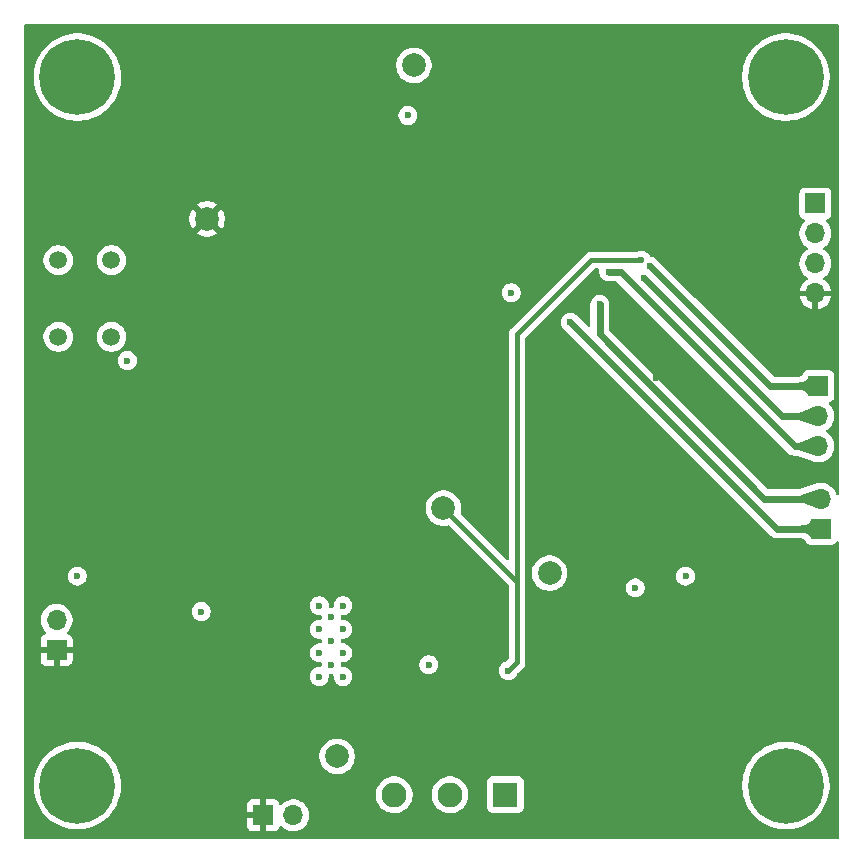
<source format=gbr>
%TF.GenerationSoftware,KiCad,Pcbnew,9.0.1*%
%TF.CreationDate,2025-04-02T11:20:44-04:00*%
%TF.ProjectId,Colossus_TI_rev_A,436f6c6f-7373-4757-935f-54495f726576,rev?*%
%TF.SameCoordinates,Original*%
%TF.FileFunction,Copper,L4,Bot*%
%TF.FilePolarity,Positive*%
%FSLAX46Y46*%
G04 Gerber Fmt 4.6, Leading zero omitted, Abs format (unit mm)*
G04 Created by KiCad (PCBNEW 9.0.1) date 2025-04-02 11:20:44*
%MOMM*%
%LPD*%
G01*
G04 APERTURE LIST*
%TA.AperFunction,ComponentPad*%
%ADD10R,1.700000X1.700000*%
%TD*%
%TA.AperFunction,ComponentPad*%
%ADD11O,1.700000X1.700000*%
%TD*%
%TA.AperFunction,ComponentPad*%
%ADD12C,2.000000*%
%TD*%
%TA.AperFunction,ComponentPad*%
%ADD13R,2.108200X2.108200*%
%TD*%
%TA.AperFunction,ComponentPad*%
%ADD14C,2.108200*%
%TD*%
%TA.AperFunction,ComponentPad*%
%ADD15C,0.800000*%
%TD*%
%TA.AperFunction,ComponentPad*%
%ADD16C,6.400000*%
%TD*%
%TA.AperFunction,ComponentPad*%
%ADD17C,1.507998*%
%TD*%
%TA.AperFunction,ViaPad*%
%ADD18C,0.600000*%
%TD*%
%TA.AperFunction,Conductor*%
%ADD19C,0.400000*%
%TD*%
%TA.AperFunction,Conductor*%
%ADD20C,0.600000*%
%TD*%
G04 APERTURE END LIST*
D10*
%TO.P,J1,1,Pin_1*%
%TO.N,Vdd*%
X117500000Y-65700000D03*
D11*
%TO.P,J1,2,Pin_2*%
%TO.N,SWCLK*%
X117500000Y-68240000D03*
%TO.P,J1,3,Pin_3*%
%TO.N,SWDIO*%
X117500000Y-70780000D03*
%TO.P,J1,4,Pin_4*%
%TO.N,Vss*%
X117500000Y-73320000D03*
%TD*%
D10*
%TO.P,J5,1,Pin_1*%
%TO.N,Vss*%
X53250000Y-103499998D03*
D11*
%TO.P,J5,2,Pin_2*%
%TO.N,Net-(J5-Pin_2)*%
X53250000Y-100959998D03*
%TD*%
D12*
%TO.P,MFCin,1*%
%TO.N,Charge Amp In*%
X77000000Y-112500000D03*
%TD*%
D13*
%TO.P,SW1,1,A*%
%TO.N,FMout*%
X91250000Y-115750000D03*
D14*
%TO.P,SW1,2,B*%
%TO.N,MFC IN*%
X86551000Y-115750000D03*
%TO.P,SW1,3,C*%
%TO.N,Charge Amp In*%
X81852000Y-115750000D03*
%TD*%
D15*
%TO.P,H2,1*%
%TO.N,N/C*%
X112600000Y-55000000D03*
X113302944Y-53302944D03*
X113302944Y-56697056D03*
X115000000Y-52600000D03*
D16*
X115000000Y-55000000D03*
D15*
X115000000Y-57400000D03*
X116697056Y-53302944D03*
X116697056Y-56697056D03*
X117400000Y-55000000D03*
%TD*%
D12*
%TO.P,Temp Read,1*%
%TO.N,Temp Read*%
X83500000Y-54000000D03*
%TD*%
D10*
%TO.P,J4,1,Pin_1*%
%TO.N,PA2*%
X117975000Y-93250000D03*
D11*
%TO.P,J4,2,Pin_2*%
%TO.N,PA23*%
X117975000Y-90710000D03*
%TD*%
D12*
%TO.P,Charge Amp Out,1*%
%TO.N,Strain Read*%
X86000000Y-91500000D03*
%TD*%
D17*
%TO.P,SW2,1,1*%
%TO.N,Net-(C10-Pad2)*%
X57895100Y-70499999D03*
%TO.P,SW2,2,2*%
%TO.N,NRST*%
X57895100Y-77000001D03*
%TO.P,SW2,3*%
%TO.N,N/C*%
X53395099Y-70499999D03*
%TO.P,SW2,4*%
X53395099Y-77000001D03*
%TD*%
D15*
%TO.P,H3,1*%
%TO.N,N/C*%
X52600000Y-115000000D03*
X53302944Y-113302944D03*
X53302944Y-116697056D03*
X55000000Y-112600000D03*
D16*
X55000000Y-115000000D03*
D15*
X55000000Y-117400000D03*
X56697056Y-113302944D03*
X56697056Y-116697056D03*
X57400000Y-115000000D03*
%TD*%
D10*
%TO.P,J2,1,Pin_1*%
%TO.N,Vss*%
X70750000Y-117500000D03*
D11*
%TO.P,J2,2,Pin_2*%
%TO.N,MFC IN*%
X73290000Y-117500000D03*
%TD*%
D15*
%TO.P,H4,1*%
%TO.N,N/C*%
X112600000Y-115000000D03*
X113302944Y-113302944D03*
X113302944Y-116697056D03*
X115000000Y-112600000D03*
D16*
X115000000Y-115000000D03*
D15*
X115000000Y-117400000D03*
X116697056Y-113302944D03*
X116697056Y-116697056D03*
X117400000Y-115000000D03*
%TD*%
D12*
%TO.P,FMout,1*%
%TO.N,FMout*%
X95000000Y-97000000D03*
%TD*%
D15*
%TO.P,H1,1*%
%TO.N,N/C*%
X52600000Y-55000000D03*
X53302944Y-53302944D03*
X53302944Y-56697056D03*
X55000000Y-52600000D03*
D16*
X55000000Y-55000000D03*
D15*
X55000000Y-57400000D03*
X56697056Y-53302944D03*
X56697056Y-56697056D03*
X57400000Y-55000000D03*
%TD*%
D12*
%TO.P,Example,1*%
%TO.N,Vss*%
X66000000Y-67000000D03*
%TD*%
D10*
%TO.P,J3,1,Pin_1*%
%TO.N,A3*%
X117750000Y-81170000D03*
D11*
%TO.P,J3,2,Pin_2*%
%TO.N,A4*%
X117750000Y-83710000D03*
%TO.P,J3,3,Pin_3*%
%TO.N,A5*%
X117750000Y-86250000D03*
%TD*%
D18*
%TO.N,Vss*%
X91750000Y-74750000D03*
X102750000Y-92500000D03*
X102750000Y-94250000D03*
X90750000Y-56250000D03*
X61500000Y-67000000D03*
X85830845Y-104055867D03*
X70750000Y-114750000D03*
X102750000Y-96000000D03*
X76250000Y-53750000D03*
X66750000Y-103500000D03*
X84500000Y-106750000D03*
X59750000Y-95250000D03*
X104000000Y-80500000D03*
X106500000Y-91500000D03*
%TO.N,Vdd*%
X77500000Y-105750000D03*
X91750000Y-73250000D03*
X77500000Y-103750000D03*
X76500000Y-100750000D03*
X75500000Y-101750000D03*
X83000000Y-58250000D03*
X106500000Y-97250000D03*
X75500000Y-105750000D03*
X75500000Y-99750000D03*
X59250000Y-79000000D03*
X84750000Y-104750000D03*
X76500000Y-104750000D03*
X65500000Y-100250000D03*
X102250000Y-98250000D03*
X76500000Y-102750000D03*
X75500000Y-103750000D03*
X55000000Y-97250000D03*
X77500000Y-99750000D03*
X77500000Y-101750000D03*
%TO.N,Strain Read*%
X102750000Y-70500000D03*
X91500000Y-105250000D03*
%TO.N,A4*%
X103000000Y-72000000D03*
%TO.N,A5*%
X100000000Y-71500000D03*
%TO.N,A3*%
X103500000Y-71000000D03*
%TO.N,PA2*%
X96750000Y-75750000D03*
%TO.N,PA23*%
X99250000Y-74250000D03*
%TD*%
D19*
%TO.N,Strain Read*%
X86000000Y-91500000D02*
X92250000Y-97750000D01*
X98500000Y-70500000D02*
X102750000Y-70500000D01*
X92250000Y-76750000D02*
X97500000Y-71500000D01*
X92250000Y-97750000D02*
X92250000Y-98000000D01*
X92250000Y-87750000D02*
X92250000Y-76750000D01*
X97500000Y-71500000D02*
X98500000Y-70500000D01*
X92250000Y-91500000D02*
X92250000Y-87750000D01*
X92250000Y-104500000D02*
X92250000Y-98000000D01*
X91500000Y-105250000D02*
X92250000Y-104500000D01*
X92250000Y-98000000D02*
X92250000Y-91500000D01*
D20*
%TO.N,A4*%
X114710000Y-83710000D02*
X117750000Y-83710000D01*
X103000000Y-72000000D02*
X114710000Y-83710000D01*
%TO.N,A5*%
X100000000Y-71500000D02*
X101000000Y-71500000D01*
X101000000Y-71500000D02*
X115750000Y-86250000D01*
X115750000Y-86250000D02*
X117750000Y-86250000D01*
%TO.N,A3*%
X113670000Y-81170000D02*
X117750000Y-81170000D01*
X103500000Y-71000000D02*
X113670000Y-81170000D01*
%TO.N,PA2*%
X114250000Y-93250000D02*
X96750000Y-75750000D01*
X117975000Y-93250000D02*
X114250000Y-93250000D01*
%TO.N,PA23*%
X99250000Y-74250000D02*
X99250000Y-76779548D01*
X113180452Y-90710000D02*
X117975000Y-90710000D01*
X99250000Y-76779548D02*
X113180452Y-90710000D01*
%TD*%
%TA.AperFunction,Conductor*%
%TO.N,Vss*%
G36*
X119442539Y-50520185D02*
G01*
X119488294Y-50572989D01*
X119499500Y-50624500D01*
X119499500Y-90248715D01*
X119479815Y-90315754D01*
X119427011Y-90361509D01*
X119357853Y-90371453D01*
X119294297Y-90342428D01*
X119257569Y-90287033D01*
X119226557Y-90191588D01*
X119130051Y-90002184D01*
X119130049Y-90002181D01*
X119130048Y-90002179D01*
X119005109Y-89830213D01*
X118854786Y-89679890D01*
X118682820Y-89554951D01*
X118493414Y-89458444D01*
X118493413Y-89458443D01*
X118493412Y-89458443D01*
X118291243Y-89392754D01*
X118291241Y-89392753D01*
X118291240Y-89392753D01*
X118129957Y-89367208D01*
X118081287Y-89359500D01*
X117868713Y-89359500D01*
X117829202Y-89365757D01*
X117658759Y-89392753D01*
X117456590Y-89458441D01*
X117425818Y-89474120D01*
X117410657Y-89480613D01*
X116210796Y-89902480D01*
X116169666Y-89909500D01*
X113563392Y-89909500D01*
X113496353Y-89889815D01*
X113475711Y-89873181D01*
X100086819Y-76484289D01*
X100053334Y-76422966D01*
X100050500Y-76396608D01*
X100050500Y-74171155D01*
X100050499Y-74171153D01*
X100026499Y-74050499D01*
X100019737Y-74016503D01*
X99959794Y-73871786D01*
X99959397Y-73870827D01*
X99959390Y-73870814D01*
X99871789Y-73739711D01*
X99871786Y-73739707D01*
X99760292Y-73628213D01*
X99760288Y-73628210D01*
X99629185Y-73540609D01*
X99629172Y-73540602D01*
X99483501Y-73480264D01*
X99483489Y-73480261D01*
X99328845Y-73449500D01*
X99328842Y-73449500D01*
X99171158Y-73449500D01*
X99171155Y-73449500D01*
X99016510Y-73480261D01*
X99016498Y-73480264D01*
X98870827Y-73540602D01*
X98870814Y-73540609D01*
X98739711Y-73628210D01*
X98739707Y-73628213D01*
X98628213Y-73739707D01*
X98628210Y-73739711D01*
X98540609Y-73870814D01*
X98540602Y-73870827D01*
X98480264Y-74016498D01*
X98480261Y-74016510D01*
X98449500Y-74171153D01*
X98449500Y-76018059D01*
X98429815Y-76085098D01*
X98377011Y-76130853D01*
X98307853Y-76140797D01*
X98244297Y-76111772D01*
X98237819Y-76105740D01*
X97260292Y-75128213D01*
X97260288Y-75128210D01*
X97129185Y-75040609D01*
X97129172Y-75040602D01*
X96983501Y-74980264D01*
X96983489Y-74980261D01*
X96828845Y-74949500D01*
X96828842Y-74949500D01*
X96671158Y-74949500D01*
X96671155Y-74949500D01*
X96516510Y-74980261D01*
X96516498Y-74980264D01*
X96370827Y-75040602D01*
X96370814Y-75040609D01*
X96239711Y-75128210D01*
X96239707Y-75128213D01*
X96128213Y-75239707D01*
X96128210Y-75239711D01*
X96040609Y-75370814D01*
X96040602Y-75370827D01*
X95980264Y-75516498D01*
X95980261Y-75516510D01*
X95949500Y-75671153D01*
X95949500Y-75828846D01*
X95980261Y-75983489D01*
X95980264Y-75983501D01*
X96040602Y-76129172D01*
X96040609Y-76129185D01*
X96128210Y-76260288D01*
X96128213Y-76260292D01*
X113628211Y-93760289D01*
X113739711Y-93871789D01*
X113870821Y-93959394D01*
X113973833Y-94002062D01*
X114016502Y-94019737D01*
X114171152Y-94050499D01*
X114171155Y-94050500D01*
X114171157Y-94050500D01*
X114171158Y-94050500D01*
X116222659Y-94050500D01*
X116233380Y-94050964D01*
X116240109Y-94051548D01*
X116259480Y-94055383D01*
X116322660Y-94058712D01*
X116324718Y-94058891D01*
X116325113Y-94059045D01*
X116331429Y-94059659D01*
X116395913Y-94068824D01*
X116406352Y-94070768D01*
X116430382Y-94076315D01*
X116472475Y-94086034D01*
X116483928Y-94089265D01*
X116547139Y-94110420D01*
X116559354Y-94115242D01*
X116560021Y-94115547D01*
X116612792Y-94161336D01*
X116626676Y-94200510D01*
X116629124Y-94199932D01*
X116630907Y-94207479D01*
X116681202Y-94342328D01*
X116681206Y-94342335D01*
X116767452Y-94457544D01*
X116767455Y-94457547D01*
X116882664Y-94543793D01*
X116882671Y-94543797D01*
X117017517Y-94594091D01*
X117017516Y-94594091D01*
X117024444Y-94594835D01*
X117077127Y-94600500D01*
X118872872Y-94600499D01*
X118932483Y-94594091D01*
X119067331Y-94543796D01*
X119182546Y-94457546D01*
X119221392Y-94405655D01*
X119274112Y-94335231D01*
X119276145Y-94336753D01*
X119316063Y-94296828D01*
X119384335Y-94281970D01*
X119449801Y-94306381D01*
X119491678Y-94362311D01*
X119499500Y-94405655D01*
X119499500Y-119375500D01*
X119479815Y-119442539D01*
X119427011Y-119488294D01*
X119375500Y-119499500D01*
X50624500Y-119499500D01*
X50557461Y-119479815D01*
X50511706Y-119427011D01*
X50500500Y-119375500D01*
X50500500Y-114818209D01*
X51299500Y-114818209D01*
X51299500Y-115181790D01*
X51335137Y-115543630D01*
X51406064Y-115900212D01*
X51406067Y-115900223D01*
X51511614Y-116248165D01*
X51650754Y-116584078D01*
X51650756Y-116584083D01*
X51822140Y-116904720D01*
X51822151Y-116904738D01*
X52024140Y-117207035D01*
X52024150Y-117207049D01*
X52254807Y-117488106D01*
X52511893Y-117745192D01*
X52511898Y-117745196D01*
X52511899Y-117745197D01*
X52792956Y-117975854D01*
X53095268Y-118177853D01*
X53095277Y-118177858D01*
X53095279Y-118177859D01*
X53415916Y-118349243D01*
X53415918Y-118349243D01*
X53415924Y-118349247D01*
X53751836Y-118488386D01*
X54099767Y-118593930D01*
X54099773Y-118593931D01*
X54099776Y-118593932D01*
X54099787Y-118593935D01*
X54407030Y-118655048D01*
X54456369Y-118664862D01*
X54818206Y-118700500D01*
X54818209Y-118700500D01*
X55181791Y-118700500D01*
X55181794Y-118700500D01*
X55543631Y-118664862D01*
X55613045Y-118651054D01*
X55900212Y-118593935D01*
X55900223Y-118593932D01*
X55900223Y-118593931D01*
X55900233Y-118593930D01*
X56248164Y-118488386D01*
X56584076Y-118349247D01*
X56904732Y-118177853D01*
X57207044Y-117975854D01*
X57488101Y-117745197D01*
X57540305Y-117692993D01*
X57622342Y-117610957D01*
X57745192Y-117488106D01*
X57745197Y-117488101D01*
X57975854Y-117207044D01*
X58177853Y-116904732D01*
X58339584Y-116602155D01*
X69400000Y-116602155D01*
X69400000Y-117250000D01*
X70316988Y-117250000D01*
X70284075Y-117307007D01*
X70250000Y-117434174D01*
X70250000Y-117565826D01*
X70284075Y-117692993D01*
X70316988Y-117750000D01*
X69400000Y-117750000D01*
X69400000Y-118397844D01*
X69406401Y-118457372D01*
X69406403Y-118457379D01*
X69456645Y-118592086D01*
X69456649Y-118592093D01*
X69542809Y-118707187D01*
X69542812Y-118707190D01*
X69657906Y-118793350D01*
X69657913Y-118793354D01*
X69792620Y-118843596D01*
X69792627Y-118843598D01*
X69852155Y-118849999D01*
X69852172Y-118850000D01*
X70500000Y-118850000D01*
X70500000Y-117933012D01*
X70557007Y-117965925D01*
X70684174Y-118000000D01*
X70815826Y-118000000D01*
X70942993Y-117965925D01*
X71000000Y-117933012D01*
X71000000Y-118850000D01*
X71647828Y-118850000D01*
X71647844Y-118849999D01*
X71707372Y-118843598D01*
X71707379Y-118843596D01*
X71842086Y-118793354D01*
X71842093Y-118793350D01*
X71957187Y-118707190D01*
X71957190Y-118707187D01*
X72043350Y-118592093D01*
X72043354Y-118592086D01*
X72092422Y-118460529D01*
X72134293Y-118404595D01*
X72199757Y-118380178D01*
X72268030Y-118395030D01*
X72296285Y-118416181D01*
X72410213Y-118530109D01*
X72582179Y-118655048D01*
X72582181Y-118655049D01*
X72582184Y-118655051D01*
X72771588Y-118751557D01*
X72973757Y-118817246D01*
X73183713Y-118850500D01*
X73183714Y-118850500D01*
X73396286Y-118850500D01*
X73396287Y-118850500D01*
X73606243Y-118817246D01*
X73808412Y-118751557D01*
X73997816Y-118655051D01*
X74081940Y-118593932D01*
X74169786Y-118530109D01*
X74169788Y-118530106D01*
X74169792Y-118530104D01*
X74320104Y-118379792D01*
X74320106Y-118379788D01*
X74320109Y-118379786D01*
X74445048Y-118207820D01*
X74445047Y-118207820D01*
X74445051Y-118207816D01*
X74541557Y-118018412D01*
X74607246Y-117816243D01*
X74640500Y-117606287D01*
X74640500Y-117393713D01*
X74607246Y-117183757D01*
X74541557Y-116981588D01*
X74445051Y-116792184D01*
X74445049Y-116792181D01*
X74445048Y-116792179D01*
X74320109Y-116620213D01*
X74169786Y-116469890D01*
X73997820Y-116344951D01*
X73808414Y-116248444D01*
X73808413Y-116248443D01*
X73808412Y-116248443D01*
X73606243Y-116182754D01*
X73606241Y-116182753D01*
X73606240Y-116182753D01*
X73444957Y-116157208D01*
X73396287Y-116149500D01*
X73183713Y-116149500D01*
X73135042Y-116157208D01*
X72973760Y-116182753D01*
X72771585Y-116248444D01*
X72582179Y-116344951D01*
X72410215Y-116469889D01*
X72296285Y-116583819D01*
X72234962Y-116617303D01*
X72165270Y-116612319D01*
X72109337Y-116570447D01*
X72092422Y-116539470D01*
X72043354Y-116407913D01*
X72043350Y-116407906D01*
X71957190Y-116292812D01*
X71957187Y-116292809D01*
X71842093Y-116206649D01*
X71842086Y-116206645D01*
X71707379Y-116156403D01*
X71707372Y-116156401D01*
X71647844Y-116150000D01*
X71000000Y-116150000D01*
X71000000Y-117066988D01*
X70942993Y-117034075D01*
X70815826Y-117000000D01*
X70684174Y-117000000D01*
X70557007Y-117034075D01*
X70500000Y-117066988D01*
X70500000Y-116150000D01*
X69852155Y-116150000D01*
X69792627Y-116156401D01*
X69792620Y-116156403D01*
X69657913Y-116206645D01*
X69657906Y-116206649D01*
X69542812Y-116292809D01*
X69542809Y-116292812D01*
X69456649Y-116407906D01*
X69456645Y-116407913D01*
X69406403Y-116542620D01*
X69406401Y-116542627D01*
X69400000Y-116602155D01*
X58339584Y-116602155D01*
X58349247Y-116584076D01*
X58488386Y-116248164D01*
X58593930Y-115900233D01*
X58593932Y-115900223D01*
X58593935Y-115900212D01*
X58648150Y-115627650D01*
X80297400Y-115627650D01*
X80297400Y-115872349D01*
X80335680Y-116114037D01*
X80335680Y-116114040D01*
X80411294Y-116346756D01*
X80411296Y-116346759D01*
X80522387Y-116564788D01*
X80666218Y-116762754D01*
X80839246Y-116935782D01*
X81037212Y-117079613D01*
X81255241Y-117190704D01*
X81255243Y-117190705D01*
X81437736Y-117250000D01*
X81487964Y-117266320D01*
X81729650Y-117304600D01*
X81729651Y-117304600D01*
X81974349Y-117304600D01*
X81974350Y-117304600D01*
X82216036Y-117266320D01*
X82216039Y-117266319D01*
X82216040Y-117266319D01*
X82448756Y-117190705D01*
X82448756Y-117190704D01*
X82448759Y-117190704D01*
X82666788Y-117079613D01*
X82864754Y-116935782D01*
X83037782Y-116762754D01*
X83181613Y-116564788D01*
X83292704Y-116346759D01*
X83310233Y-116292809D01*
X83368319Y-116114040D01*
X83368319Y-116114039D01*
X83368320Y-116114036D01*
X83406600Y-115872350D01*
X83406600Y-115627650D01*
X84996400Y-115627650D01*
X84996400Y-115872349D01*
X85034680Y-116114037D01*
X85034680Y-116114040D01*
X85110294Y-116346756D01*
X85110296Y-116346759D01*
X85221387Y-116564788D01*
X85365218Y-116762754D01*
X85538246Y-116935782D01*
X85736212Y-117079613D01*
X85954241Y-117190704D01*
X85954243Y-117190705D01*
X86136736Y-117250000D01*
X86186964Y-117266320D01*
X86428650Y-117304600D01*
X86428651Y-117304600D01*
X86673349Y-117304600D01*
X86673350Y-117304600D01*
X86915036Y-117266320D01*
X86915039Y-117266319D01*
X86915040Y-117266319D01*
X87147756Y-117190705D01*
X87147756Y-117190704D01*
X87147759Y-117190704D01*
X87365788Y-117079613D01*
X87563754Y-116935782D01*
X87736782Y-116762754D01*
X87880613Y-116564788D01*
X87991704Y-116346759D01*
X88009233Y-116292809D01*
X88067319Y-116114040D01*
X88067319Y-116114039D01*
X88067320Y-116114036D01*
X88105600Y-115872350D01*
X88105600Y-115627650D01*
X88067320Y-115385964D01*
X88067319Y-115385960D01*
X88067319Y-115385959D01*
X87991705Y-115153243D01*
X87991703Y-115153240D01*
X87880612Y-114935211D01*
X87736782Y-114737246D01*
X87647571Y-114648035D01*
X89695400Y-114648035D01*
X89695400Y-116851970D01*
X89695401Y-116851976D01*
X89701808Y-116911583D01*
X89752102Y-117046428D01*
X89752106Y-117046435D01*
X89838352Y-117161644D01*
X89838355Y-117161647D01*
X89953564Y-117247893D01*
X89953571Y-117247897D01*
X90088417Y-117298191D01*
X90088416Y-117298191D01*
X90095344Y-117298935D01*
X90148027Y-117304600D01*
X92351972Y-117304599D01*
X92411583Y-117298191D01*
X92546431Y-117247896D01*
X92661646Y-117161646D01*
X92747896Y-117046431D01*
X92798191Y-116911583D01*
X92804600Y-116851973D01*
X92804599Y-114818209D01*
X111299500Y-114818209D01*
X111299500Y-115181790D01*
X111335137Y-115543630D01*
X111406064Y-115900212D01*
X111406067Y-115900223D01*
X111511614Y-116248165D01*
X111650754Y-116584078D01*
X111650756Y-116584083D01*
X111822140Y-116904720D01*
X111822151Y-116904738D01*
X112024140Y-117207035D01*
X112024150Y-117207049D01*
X112254807Y-117488106D01*
X112511893Y-117745192D01*
X112511898Y-117745196D01*
X112511899Y-117745197D01*
X112792956Y-117975854D01*
X113095268Y-118177853D01*
X113095277Y-118177858D01*
X113095279Y-118177859D01*
X113415916Y-118349243D01*
X113415918Y-118349243D01*
X113415924Y-118349247D01*
X113751836Y-118488386D01*
X114099767Y-118593930D01*
X114099773Y-118593931D01*
X114099776Y-118593932D01*
X114099787Y-118593935D01*
X114407030Y-118655048D01*
X114456369Y-118664862D01*
X114818206Y-118700500D01*
X114818209Y-118700500D01*
X115181791Y-118700500D01*
X115181794Y-118700500D01*
X115543631Y-118664862D01*
X115613045Y-118651054D01*
X115900212Y-118593935D01*
X115900223Y-118593932D01*
X115900223Y-118593931D01*
X115900233Y-118593930D01*
X116248164Y-118488386D01*
X116584076Y-118349247D01*
X116904732Y-118177853D01*
X117207044Y-117975854D01*
X117488101Y-117745197D01*
X117745197Y-117488101D01*
X117975854Y-117207044D01*
X118177853Y-116904732D01*
X118349247Y-116584076D01*
X118488386Y-116248164D01*
X118593930Y-115900233D01*
X118593932Y-115900223D01*
X118593935Y-115900212D01*
X118664862Y-115543630D01*
X118700500Y-115181790D01*
X118700500Y-114818209D01*
X118683739Y-114648035D01*
X118664862Y-114456369D01*
X118635608Y-114309296D01*
X118593935Y-114099787D01*
X118593932Y-114099776D01*
X118593931Y-114099773D01*
X118593930Y-114099767D01*
X118488386Y-113751836D01*
X118349247Y-113415924D01*
X118177853Y-113095268D01*
X117975854Y-112792956D01*
X117745197Y-112511899D01*
X117745196Y-112511898D01*
X117745192Y-112511893D01*
X117488106Y-112254807D01*
X117207049Y-112024150D01*
X117207048Y-112024149D01*
X117207044Y-112024146D01*
X116904732Y-111822147D01*
X116904727Y-111822144D01*
X116904720Y-111822140D01*
X116584083Y-111650756D01*
X116584078Y-111650754D01*
X116248165Y-111511614D01*
X115900223Y-111406067D01*
X115900212Y-111406064D01*
X115543630Y-111335137D01*
X115271111Y-111308296D01*
X115181794Y-111299500D01*
X114818206Y-111299500D01*
X114735679Y-111307628D01*
X114456369Y-111335137D01*
X114099787Y-111406064D01*
X114099776Y-111406067D01*
X113751834Y-111511614D01*
X113415921Y-111650754D01*
X113415916Y-111650756D01*
X113095279Y-111822140D01*
X113095261Y-111822151D01*
X112792964Y-112024140D01*
X112792950Y-112024150D01*
X112511893Y-112254807D01*
X112254807Y-112511893D01*
X112024150Y-112792950D01*
X112024140Y-112792964D01*
X111822151Y-113095261D01*
X111822140Y-113095279D01*
X111650756Y-113415916D01*
X111650754Y-113415921D01*
X111511614Y-113751834D01*
X111406067Y-114099776D01*
X111406064Y-114099787D01*
X111335137Y-114456369D01*
X111299500Y-114818209D01*
X92804599Y-114818209D01*
X92804599Y-114648028D01*
X92798191Y-114588417D01*
X92789165Y-114564218D01*
X92747897Y-114453571D01*
X92747893Y-114453564D01*
X92661647Y-114338355D01*
X92661644Y-114338352D01*
X92546435Y-114252106D01*
X92546428Y-114252102D01*
X92411582Y-114201808D01*
X92411583Y-114201808D01*
X92351983Y-114195401D01*
X92351981Y-114195400D01*
X92351973Y-114195400D01*
X92351964Y-114195400D01*
X90148029Y-114195400D01*
X90148023Y-114195401D01*
X90088416Y-114201808D01*
X89953571Y-114252102D01*
X89953564Y-114252106D01*
X89838355Y-114338352D01*
X89838352Y-114338355D01*
X89752106Y-114453564D01*
X89752102Y-114453571D01*
X89701808Y-114588417D01*
X89695401Y-114648016D01*
X89695401Y-114648023D01*
X89695400Y-114648035D01*
X87647571Y-114648035D01*
X87563754Y-114564218D01*
X87365788Y-114420387D01*
X87147759Y-114309296D01*
X87147756Y-114309294D01*
X86915038Y-114233680D01*
X86713814Y-114201809D01*
X86673350Y-114195400D01*
X86428650Y-114195400D01*
X86388186Y-114201809D01*
X86186962Y-114233680D01*
X86186959Y-114233680D01*
X85954243Y-114309294D01*
X85954240Y-114309296D01*
X85736211Y-114420387D01*
X85690538Y-114453571D01*
X85538246Y-114564218D01*
X85538244Y-114564220D01*
X85538243Y-114564220D01*
X85365220Y-114737243D01*
X85365220Y-114737244D01*
X85365218Y-114737246D01*
X85306397Y-114818206D01*
X85221387Y-114935211D01*
X85110296Y-115153240D01*
X85110294Y-115153243D01*
X85034680Y-115385959D01*
X85034680Y-115385962D01*
X84996400Y-115627650D01*
X83406600Y-115627650D01*
X83368320Y-115385964D01*
X83368319Y-115385960D01*
X83368319Y-115385959D01*
X83292705Y-115153243D01*
X83292703Y-115153240D01*
X83181612Y-114935211D01*
X83037782Y-114737246D01*
X82864754Y-114564218D01*
X82666788Y-114420387D01*
X82448759Y-114309296D01*
X82448756Y-114309294D01*
X82216038Y-114233680D01*
X82014814Y-114201809D01*
X81974350Y-114195400D01*
X81729650Y-114195400D01*
X81689186Y-114201809D01*
X81487962Y-114233680D01*
X81487959Y-114233680D01*
X81255243Y-114309294D01*
X81255240Y-114309296D01*
X81037211Y-114420387D01*
X80991538Y-114453571D01*
X80839246Y-114564218D01*
X80839244Y-114564220D01*
X80839243Y-114564220D01*
X80666220Y-114737243D01*
X80666220Y-114737244D01*
X80666218Y-114737246D01*
X80607397Y-114818206D01*
X80522387Y-114935211D01*
X80411296Y-115153240D01*
X80411294Y-115153243D01*
X80335680Y-115385959D01*
X80335680Y-115385962D01*
X80297400Y-115627650D01*
X58648150Y-115627650D01*
X58653931Y-115598587D01*
X58664862Y-115543630D01*
X58700500Y-115181790D01*
X58700500Y-114818209D01*
X58683739Y-114648035D01*
X58664862Y-114456369D01*
X58635608Y-114309296D01*
X58593935Y-114099787D01*
X58593932Y-114099776D01*
X58593931Y-114099773D01*
X58593930Y-114099767D01*
X58488386Y-113751836D01*
X58349247Y-113415924D01*
X58177853Y-113095268D01*
X57975854Y-112792956D01*
X57745197Y-112511899D01*
X57745196Y-112511898D01*
X57745192Y-112511893D01*
X57615201Y-112381902D01*
X75499500Y-112381902D01*
X75499500Y-112618097D01*
X75536446Y-112851368D01*
X75609433Y-113075996D01*
X75716657Y-113286433D01*
X75855483Y-113477510D01*
X76022490Y-113644517D01*
X76213567Y-113783343D01*
X76312991Y-113834002D01*
X76424003Y-113890566D01*
X76424005Y-113890566D01*
X76424008Y-113890568D01*
X76544412Y-113929689D01*
X76648631Y-113963553D01*
X76881903Y-114000500D01*
X76881908Y-114000500D01*
X77118097Y-114000500D01*
X77351368Y-113963553D01*
X77575992Y-113890568D01*
X77786433Y-113783343D01*
X77977510Y-113644517D01*
X78144517Y-113477510D01*
X78283343Y-113286433D01*
X78390568Y-113075992D01*
X78463553Y-112851368D01*
X78472803Y-112792964D01*
X78500500Y-112618097D01*
X78500500Y-112381902D01*
X78463553Y-112148631D01*
X78390566Y-111924003D01*
X78283342Y-111713566D01*
X78144517Y-111522490D01*
X77977510Y-111355483D01*
X77786433Y-111216657D01*
X77575996Y-111109433D01*
X77351368Y-111036446D01*
X77118097Y-110999500D01*
X77118092Y-110999500D01*
X76881908Y-110999500D01*
X76881903Y-110999500D01*
X76648631Y-111036446D01*
X76424003Y-111109433D01*
X76213566Y-111216657D01*
X76104550Y-111295862D01*
X76022490Y-111355483D01*
X76022488Y-111355485D01*
X76022487Y-111355485D01*
X75855485Y-111522487D01*
X75855485Y-111522488D01*
X75855483Y-111522490D01*
X75795862Y-111604550D01*
X75716657Y-111713566D01*
X75609433Y-111924003D01*
X75536446Y-112148631D01*
X75499500Y-112381902D01*
X57615201Y-112381902D01*
X57488106Y-112254807D01*
X57207049Y-112024150D01*
X57207048Y-112024149D01*
X57207044Y-112024146D01*
X56904732Y-111822147D01*
X56904727Y-111822144D01*
X56904720Y-111822140D01*
X56584083Y-111650756D01*
X56584078Y-111650754D01*
X56248165Y-111511614D01*
X55900223Y-111406067D01*
X55900212Y-111406064D01*
X55543630Y-111335137D01*
X55271111Y-111308296D01*
X55181794Y-111299500D01*
X54818206Y-111299500D01*
X54735679Y-111307628D01*
X54456369Y-111335137D01*
X54099787Y-111406064D01*
X54099776Y-111406067D01*
X53751834Y-111511614D01*
X53415921Y-111650754D01*
X53415916Y-111650756D01*
X53095279Y-111822140D01*
X53095261Y-111822151D01*
X52792964Y-112024140D01*
X52792950Y-112024150D01*
X52511893Y-112254807D01*
X52254807Y-112511893D01*
X52024150Y-112792950D01*
X52024140Y-112792964D01*
X51822151Y-113095261D01*
X51822140Y-113095279D01*
X51650756Y-113415916D01*
X51650754Y-113415921D01*
X51511614Y-113751834D01*
X51406067Y-114099776D01*
X51406064Y-114099787D01*
X51335137Y-114456369D01*
X51299500Y-114818209D01*
X50500500Y-114818209D01*
X50500500Y-100853711D01*
X51899500Y-100853711D01*
X51899500Y-101066284D01*
X51932753Y-101276237D01*
X51998444Y-101478412D01*
X52094951Y-101667818D01*
X52219890Y-101839784D01*
X52333818Y-101953712D01*
X52367303Y-102015035D01*
X52362319Y-102084727D01*
X52320447Y-102140660D01*
X52289471Y-102157575D01*
X52157912Y-102206644D01*
X52157906Y-102206647D01*
X52042812Y-102292807D01*
X52042809Y-102292810D01*
X51956649Y-102407904D01*
X51956645Y-102407911D01*
X51906403Y-102542618D01*
X51906401Y-102542625D01*
X51900000Y-102602153D01*
X51900000Y-103249998D01*
X52816988Y-103249998D01*
X52784075Y-103307005D01*
X52750000Y-103434172D01*
X52750000Y-103565824D01*
X52784075Y-103692991D01*
X52816988Y-103749998D01*
X51900000Y-103749998D01*
X51900000Y-104397842D01*
X51906401Y-104457370D01*
X51906403Y-104457377D01*
X51956645Y-104592084D01*
X51956649Y-104592091D01*
X52042809Y-104707185D01*
X52042812Y-104707188D01*
X52157906Y-104793348D01*
X52157913Y-104793352D01*
X52292620Y-104843594D01*
X52292627Y-104843596D01*
X52352155Y-104849997D01*
X52352172Y-104849998D01*
X53000000Y-104849998D01*
X53000000Y-103933010D01*
X53057007Y-103965923D01*
X53184174Y-103999998D01*
X53315826Y-103999998D01*
X53442993Y-103965923D01*
X53500000Y-103933010D01*
X53500000Y-104849998D01*
X54147828Y-104849998D01*
X54147844Y-104849997D01*
X54207372Y-104843596D01*
X54207379Y-104843594D01*
X54342086Y-104793352D01*
X54342093Y-104793348D01*
X54457187Y-104707188D01*
X54457190Y-104707185D01*
X54543350Y-104592091D01*
X54543354Y-104592084D01*
X54593596Y-104457377D01*
X54593598Y-104457370D01*
X54599999Y-104397842D01*
X54600000Y-104397825D01*
X54600000Y-103749998D01*
X53683012Y-103749998D01*
X53715925Y-103692991D01*
X53750000Y-103565824D01*
X53750000Y-103434172D01*
X53715925Y-103307005D01*
X53683012Y-103249998D01*
X54600000Y-103249998D01*
X54600000Y-102602170D01*
X54599999Y-102602153D01*
X54593598Y-102542625D01*
X54593596Y-102542618D01*
X54543354Y-102407911D01*
X54543350Y-102407904D01*
X54457190Y-102292810D01*
X54457187Y-102292807D01*
X54342093Y-102206647D01*
X54342088Y-102206644D01*
X54210528Y-102157575D01*
X54154595Y-102115703D01*
X54130178Y-102050239D01*
X54145030Y-101981966D01*
X54166175Y-101953718D01*
X54280104Y-101839790D01*
X54405051Y-101667814D01*
X54501557Y-101478410D01*
X54567246Y-101276241D01*
X54600500Y-101066285D01*
X54600500Y-100853711D01*
X54567246Y-100643755D01*
X54501557Y-100441586D01*
X54405051Y-100252182D01*
X54405049Y-100252179D01*
X54405048Y-100252177D01*
X54394715Y-100237954D01*
X54394712Y-100237952D01*
X54346180Y-100171153D01*
X64699500Y-100171153D01*
X64699500Y-100328846D01*
X64730261Y-100483489D01*
X64730264Y-100483501D01*
X64790602Y-100629172D01*
X64790609Y-100629185D01*
X64878210Y-100760288D01*
X64878213Y-100760292D01*
X64989707Y-100871786D01*
X64989711Y-100871789D01*
X65120814Y-100959390D01*
X65120827Y-100959397D01*
X65266498Y-101019735D01*
X65266503Y-101019737D01*
X65421153Y-101050499D01*
X65421156Y-101050500D01*
X65421158Y-101050500D01*
X65578844Y-101050500D01*
X65578845Y-101050499D01*
X65733497Y-101019737D01*
X65879179Y-100959394D01*
X66010289Y-100871789D01*
X66121789Y-100760289D01*
X66209394Y-100629179D01*
X66269737Y-100483497D01*
X66300500Y-100328842D01*
X66300500Y-100171158D01*
X66300500Y-100171155D01*
X66300499Y-100171153D01*
X66269738Y-100016510D01*
X66269737Y-100016503D01*
X66239903Y-99944477D01*
X66209397Y-99870827D01*
X66209390Y-99870814D01*
X66121790Y-99739712D01*
X66121784Y-99739705D01*
X66053232Y-99671153D01*
X74699500Y-99671153D01*
X74699500Y-99828846D01*
X74730261Y-99983489D01*
X74730264Y-99983501D01*
X74790602Y-100129172D01*
X74790609Y-100129185D01*
X74878210Y-100260288D01*
X74878213Y-100260292D01*
X74989707Y-100371786D01*
X74989711Y-100371789D01*
X75120814Y-100459390D01*
X75120827Y-100459397D01*
X75266498Y-100519735D01*
X75266503Y-100519737D01*
X75421153Y-100550499D01*
X75421156Y-100550500D01*
X75575500Y-100550500D01*
X75584185Y-100553050D01*
X75593147Y-100551762D01*
X75617187Y-100562740D01*
X75642539Y-100570185D01*
X75648466Y-100577025D01*
X75656703Y-100580787D01*
X75670992Y-100603021D01*
X75688294Y-100622989D01*
X75690581Y-100633503D01*
X75694477Y-100639565D01*
X75699500Y-100674500D01*
X75699500Y-100825500D01*
X75679815Y-100892539D01*
X75627011Y-100938294D01*
X75575500Y-100949500D01*
X75421155Y-100949500D01*
X75266510Y-100980261D01*
X75266498Y-100980264D01*
X75120827Y-101040602D01*
X75120814Y-101040609D01*
X74989711Y-101128210D01*
X74989707Y-101128213D01*
X74878213Y-101239707D01*
X74878210Y-101239711D01*
X74790609Y-101370814D01*
X74790602Y-101370827D01*
X74730264Y-101516498D01*
X74730261Y-101516510D01*
X74699500Y-101671153D01*
X74699500Y-101828846D01*
X74730261Y-101983489D01*
X74730264Y-101983501D01*
X74790602Y-102129172D01*
X74790609Y-102129185D01*
X74878210Y-102260288D01*
X74878213Y-102260292D01*
X74989707Y-102371786D01*
X74989711Y-102371789D01*
X75120814Y-102459390D01*
X75120827Y-102459397D01*
X75266498Y-102519735D01*
X75266503Y-102519737D01*
X75381533Y-102542618D01*
X75421153Y-102550499D01*
X75421156Y-102550500D01*
X75575500Y-102550500D01*
X75584185Y-102553050D01*
X75593147Y-102551762D01*
X75617187Y-102562740D01*
X75642539Y-102570185D01*
X75648466Y-102577025D01*
X75656703Y-102580787D01*
X75670992Y-102603021D01*
X75688294Y-102622989D01*
X75690581Y-102633503D01*
X75694477Y-102639565D01*
X75699500Y-102674500D01*
X75699500Y-102825500D01*
X75679815Y-102892539D01*
X75627011Y-102938294D01*
X75575500Y-102949500D01*
X75421155Y-102949500D01*
X75266510Y-102980261D01*
X75266498Y-102980264D01*
X75120827Y-103040602D01*
X75120814Y-103040609D01*
X74989711Y-103128210D01*
X74989707Y-103128213D01*
X74878213Y-103239707D01*
X74878210Y-103239711D01*
X74790609Y-103370814D01*
X74790602Y-103370827D01*
X74730264Y-103516498D01*
X74730261Y-103516510D01*
X74699500Y-103671153D01*
X74699500Y-103828846D01*
X74730261Y-103983489D01*
X74730264Y-103983501D01*
X74790602Y-104129172D01*
X74790609Y-104129185D01*
X74878210Y-104260288D01*
X74878213Y-104260292D01*
X74989707Y-104371786D01*
X74989711Y-104371789D01*
X75120814Y-104459390D01*
X75120827Y-104459397D01*
X75258683Y-104516498D01*
X75266503Y-104519737D01*
X75421153Y-104550499D01*
X75421156Y-104550500D01*
X75575500Y-104550500D01*
X75584185Y-104553050D01*
X75593147Y-104551762D01*
X75617187Y-104562740D01*
X75642539Y-104570185D01*
X75648466Y-104577025D01*
X75656703Y-104580787D01*
X75670992Y-104603021D01*
X75688294Y-104622989D01*
X75690581Y-104633503D01*
X75694477Y-104639565D01*
X75699500Y-104674500D01*
X75699500Y-104825500D01*
X75679815Y-104892539D01*
X75627011Y-104938294D01*
X75575500Y-104949500D01*
X75421155Y-104949500D01*
X75266510Y-104980261D01*
X75266498Y-104980264D01*
X75120827Y-105040602D01*
X75120814Y-105040609D01*
X74989711Y-105128210D01*
X74989707Y-105128213D01*
X74878213Y-105239707D01*
X74878210Y-105239711D01*
X74790609Y-105370814D01*
X74790602Y-105370827D01*
X74730264Y-105516498D01*
X74730261Y-105516510D01*
X74699500Y-105671153D01*
X74699500Y-105828846D01*
X74730261Y-105983489D01*
X74730264Y-105983501D01*
X74790602Y-106129172D01*
X74790609Y-106129185D01*
X74878210Y-106260288D01*
X74878213Y-106260292D01*
X74989707Y-106371786D01*
X74989711Y-106371789D01*
X75120814Y-106459390D01*
X75120827Y-106459397D01*
X75266498Y-106519735D01*
X75266503Y-106519737D01*
X75421153Y-106550499D01*
X75421156Y-106550500D01*
X75421158Y-106550500D01*
X75578844Y-106550500D01*
X75578845Y-106550499D01*
X75733497Y-106519737D01*
X75879179Y-106459394D01*
X76010289Y-106371789D01*
X76121789Y-106260289D01*
X76209394Y-106129179D01*
X76269737Y-105983497D01*
X76300500Y-105828842D01*
X76300500Y-105674500D01*
X76303050Y-105665814D01*
X76301762Y-105656853D01*
X76312740Y-105632812D01*
X76320185Y-105607461D01*
X76327025Y-105601533D01*
X76330787Y-105593297D01*
X76353021Y-105579007D01*
X76372989Y-105561706D01*
X76383503Y-105559418D01*
X76389565Y-105555523D01*
X76424500Y-105550500D01*
X76575500Y-105550500D01*
X76642539Y-105570185D01*
X76688294Y-105622989D01*
X76699500Y-105674500D01*
X76699500Y-105828846D01*
X76730261Y-105983489D01*
X76730264Y-105983501D01*
X76790602Y-106129172D01*
X76790609Y-106129185D01*
X76878210Y-106260288D01*
X76878213Y-106260292D01*
X76989707Y-106371786D01*
X76989711Y-106371789D01*
X77120814Y-106459390D01*
X77120827Y-106459397D01*
X77266498Y-106519735D01*
X77266503Y-106519737D01*
X77421153Y-106550499D01*
X77421156Y-106550500D01*
X77421158Y-106550500D01*
X77578844Y-106550500D01*
X77578845Y-106550499D01*
X77733497Y-106519737D01*
X77879179Y-106459394D01*
X78010289Y-106371789D01*
X78121789Y-106260289D01*
X78209394Y-106129179D01*
X78269737Y-105983497D01*
X78300500Y-105828842D01*
X78300500Y-105671158D01*
X78300500Y-105671155D01*
X78300499Y-105671153D01*
X78299437Y-105665814D01*
X78269737Y-105516503D01*
X78256062Y-105483489D01*
X78209397Y-105370827D01*
X78209390Y-105370814D01*
X78121789Y-105239711D01*
X78121786Y-105239707D01*
X78010292Y-105128213D01*
X78010288Y-105128210D01*
X77879185Y-105040609D01*
X77879172Y-105040602D01*
X77733501Y-104980264D01*
X77733489Y-104980261D01*
X77578845Y-104949500D01*
X77578842Y-104949500D01*
X77424500Y-104949500D01*
X77415814Y-104946949D01*
X77406853Y-104948238D01*
X77382812Y-104937259D01*
X77357461Y-104929815D01*
X77351533Y-104922974D01*
X77343297Y-104919213D01*
X77329007Y-104896978D01*
X77311706Y-104877011D01*
X77309418Y-104866496D01*
X77305523Y-104860435D01*
X77300500Y-104825500D01*
X77300500Y-104674500D01*
X77301483Y-104671153D01*
X83949500Y-104671153D01*
X83949500Y-104828846D01*
X83980261Y-104983489D01*
X83980264Y-104983501D01*
X84040602Y-105129172D01*
X84040609Y-105129185D01*
X84128210Y-105260288D01*
X84128213Y-105260292D01*
X84239707Y-105371786D01*
X84239711Y-105371789D01*
X84370814Y-105459390D01*
X84370827Y-105459397D01*
X84508683Y-105516498D01*
X84516503Y-105519737D01*
X84671153Y-105550499D01*
X84671156Y-105550500D01*
X84671158Y-105550500D01*
X84828844Y-105550500D01*
X84828845Y-105550499D01*
X84983497Y-105519737D01*
X85129179Y-105459394D01*
X85260289Y-105371789D01*
X85371789Y-105260289D01*
X85459394Y-105129179D01*
X85519737Y-104983497D01*
X85550500Y-104828842D01*
X85550500Y-104671158D01*
X85550500Y-104671157D01*
X85550500Y-104671155D01*
X85550499Y-104671153D01*
X85541957Y-104628210D01*
X85519737Y-104516503D01*
X85504726Y-104480263D01*
X85459397Y-104370827D01*
X85459390Y-104370814D01*
X85371789Y-104239711D01*
X85371786Y-104239707D01*
X85260292Y-104128213D01*
X85260288Y-104128210D01*
X85129185Y-104040609D01*
X85129172Y-104040602D01*
X84983501Y-103980264D01*
X84983489Y-103980261D01*
X84828845Y-103949500D01*
X84828842Y-103949500D01*
X84671158Y-103949500D01*
X84671155Y-103949500D01*
X84516510Y-103980261D01*
X84516498Y-103980264D01*
X84370827Y-104040602D01*
X84370814Y-104040609D01*
X84239711Y-104128210D01*
X84239707Y-104128213D01*
X84128213Y-104239707D01*
X84128210Y-104239711D01*
X84040609Y-104370814D01*
X84040602Y-104370827D01*
X83980264Y-104516498D01*
X83980261Y-104516510D01*
X83949500Y-104671153D01*
X77301483Y-104671153D01*
X77320185Y-104607461D01*
X77372989Y-104561706D01*
X77424500Y-104550500D01*
X77578844Y-104550500D01*
X77578845Y-104550499D01*
X77589179Y-104548443D01*
X77614287Y-104543450D01*
X77614292Y-104543449D01*
X77699800Y-104526439D01*
X77733497Y-104519737D01*
X77879179Y-104459394D01*
X78010289Y-104371789D01*
X78121789Y-104260289D01*
X78209394Y-104129179D01*
X78269737Y-103983497D01*
X78300500Y-103828842D01*
X78300500Y-103671158D01*
X78300500Y-103671155D01*
X78300499Y-103671153D01*
X78269737Y-103516503D01*
X78235635Y-103434172D01*
X78209397Y-103370827D01*
X78209390Y-103370814D01*
X78121789Y-103239711D01*
X78121786Y-103239707D01*
X78010292Y-103128213D01*
X78010288Y-103128210D01*
X77879185Y-103040609D01*
X77879172Y-103040602D01*
X77733501Y-102980264D01*
X77733489Y-102980261D01*
X77578845Y-102949500D01*
X77578842Y-102949500D01*
X77424500Y-102949500D01*
X77415814Y-102946949D01*
X77406853Y-102948238D01*
X77382812Y-102937259D01*
X77357461Y-102929815D01*
X77351533Y-102922974D01*
X77343297Y-102919213D01*
X77329007Y-102896978D01*
X77311706Y-102877011D01*
X77309418Y-102866496D01*
X77305523Y-102860435D01*
X77300500Y-102825500D01*
X77300500Y-102674500D01*
X77320185Y-102607461D01*
X77372989Y-102561706D01*
X77424500Y-102550500D01*
X77578844Y-102550500D01*
X77578845Y-102550499D01*
X77733497Y-102519737D01*
X77879179Y-102459394D01*
X78010289Y-102371789D01*
X78121789Y-102260289D01*
X78209394Y-102129179D01*
X78269737Y-101983497D01*
X78300500Y-101828842D01*
X78300500Y-101671158D01*
X78300500Y-101671155D01*
X78300499Y-101671153D01*
X78269738Y-101516510D01*
X78269737Y-101516503D01*
X78253959Y-101478412D01*
X78209397Y-101370827D01*
X78209390Y-101370814D01*
X78121789Y-101239711D01*
X78121786Y-101239707D01*
X78010292Y-101128213D01*
X78010288Y-101128210D01*
X77879185Y-101040609D01*
X77879172Y-101040602D01*
X77733501Y-100980264D01*
X77733489Y-100980261D01*
X77578845Y-100949500D01*
X77578842Y-100949500D01*
X77424500Y-100949500D01*
X77415814Y-100946949D01*
X77406853Y-100948238D01*
X77382812Y-100937259D01*
X77357461Y-100929815D01*
X77351533Y-100922974D01*
X77343297Y-100919213D01*
X77329007Y-100896978D01*
X77311706Y-100877011D01*
X77309418Y-100866496D01*
X77305523Y-100860435D01*
X77300500Y-100825500D01*
X77300500Y-100674500D01*
X77320185Y-100607461D01*
X77372989Y-100561706D01*
X77424500Y-100550500D01*
X77578844Y-100550500D01*
X77578845Y-100550499D01*
X77733497Y-100519737D01*
X77879179Y-100459394D01*
X78010289Y-100371789D01*
X78121789Y-100260289D01*
X78209394Y-100129179D01*
X78269737Y-99983497D01*
X78300500Y-99828842D01*
X78300500Y-99671158D01*
X78300500Y-99671155D01*
X78300499Y-99671153D01*
X78274531Y-99540606D01*
X78269737Y-99516503D01*
X78269735Y-99516498D01*
X78209397Y-99370827D01*
X78209390Y-99370814D01*
X78121789Y-99239711D01*
X78121786Y-99239707D01*
X78010292Y-99128213D01*
X78010288Y-99128210D01*
X77879185Y-99040609D01*
X77879172Y-99040602D01*
X77733501Y-98980264D01*
X77733489Y-98980261D01*
X77578845Y-98949500D01*
X77578842Y-98949500D01*
X77421158Y-98949500D01*
X77421155Y-98949500D01*
X77266510Y-98980261D01*
X77266498Y-98980264D01*
X77120827Y-99040602D01*
X77120814Y-99040609D01*
X76989711Y-99128210D01*
X76989707Y-99128213D01*
X76878213Y-99239707D01*
X76878210Y-99239711D01*
X76790609Y-99370814D01*
X76790602Y-99370827D01*
X76730264Y-99516498D01*
X76730261Y-99516510D01*
X76699500Y-99671153D01*
X76699500Y-99825500D01*
X76696949Y-99834185D01*
X76698238Y-99843147D01*
X76687259Y-99867187D01*
X76679815Y-99892539D01*
X76672974Y-99898466D01*
X76669213Y-99906703D01*
X76646978Y-99920992D01*
X76627011Y-99938294D01*
X76616496Y-99940581D01*
X76610435Y-99944477D01*
X76575500Y-99949500D01*
X76424500Y-99949500D01*
X76357461Y-99929815D01*
X76311706Y-99877011D01*
X76300500Y-99825500D01*
X76300500Y-99671155D01*
X76300499Y-99671153D01*
X76274531Y-99540606D01*
X76269737Y-99516503D01*
X76269735Y-99516498D01*
X76209397Y-99370827D01*
X76209390Y-99370814D01*
X76121789Y-99239711D01*
X76121786Y-99239707D01*
X76010292Y-99128213D01*
X76010288Y-99128210D01*
X75879185Y-99040609D01*
X75879172Y-99040602D01*
X75733501Y-98980264D01*
X75733489Y-98980261D01*
X75578845Y-98949500D01*
X75578842Y-98949500D01*
X75421158Y-98949500D01*
X75421155Y-98949500D01*
X75266510Y-98980261D01*
X75266498Y-98980264D01*
X75120827Y-99040602D01*
X75120814Y-99040609D01*
X74989711Y-99128210D01*
X74989707Y-99128213D01*
X74878213Y-99239707D01*
X74878210Y-99239711D01*
X74790609Y-99370814D01*
X74790602Y-99370827D01*
X74730264Y-99516498D01*
X74730261Y-99516510D01*
X74699500Y-99671153D01*
X66053232Y-99671153D01*
X66010292Y-99628213D01*
X66010288Y-99628210D01*
X65879185Y-99540609D01*
X65879172Y-99540602D01*
X65733501Y-99480264D01*
X65733489Y-99480261D01*
X65578845Y-99449500D01*
X65578842Y-99449500D01*
X65421158Y-99449500D01*
X65421155Y-99449500D01*
X65266510Y-99480261D01*
X65266498Y-99480264D01*
X65120827Y-99540602D01*
X65120814Y-99540609D01*
X64989711Y-99628210D01*
X64989707Y-99628213D01*
X64878213Y-99739707D01*
X64878210Y-99739711D01*
X64790609Y-99870814D01*
X64790602Y-99870827D01*
X64730264Y-100016498D01*
X64730261Y-100016510D01*
X64699500Y-100171153D01*
X54346180Y-100171153D01*
X54280104Y-100080206D01*
X54129792Y-99929894D01*
X54129786Y-99929888D01*
X53957820Y-99804949D01*
X53768414Y-99708442D01*
X53768413Y-99708441D01*
X53768412Y-99708441D01*
X53566243Y-99642752D01*
X53566241Y-99642751D01*
X53566240Y-99642751D01*
X53404957Y-99617206D01*
X53356287Y-99609498D01*
X53143713Y-99609498D01*
X53095042Y-99617206D01*
X52933760Y-99642751D01*
X52731585Y-99708442D01*
X52542179Y-99804949D01*
X52370213Y-99929888D01*
X52219890Y-100080211D01*
X52094951Y-100252177D01*
X51998444Y-100441583D01*
X51932753Y-100643758D01*
X51899500Y-100853711D01*
X50500500Y-100853711D01*
X50500500Y-97171153D01*
X54199500Y-97171153D01*
X54199500Y-97328846D01*
X54230261Y-97483489D01*
X54230264Y-97483501D01*
X54290602Y-97629172D01*
X54290609Y-97629185D01*
X54378210Y-97760288D01*
X54378213Y-97760292D01*
X54489707Y-97871786D01*
X54489711Y-97871789D01*
X54620814Y-97959390D01*
X54620827Y-97959397D01*
X54728119Y-98003838D01*
X54766503Y-98019737D01*
X54869161Y-98040157D01*
X54921153Y-98050499D01*
X54921156Y-98050500D01*
X54921158Y-98050500D01*
X55078844Y-98050500D01*
X55078845Y-98050499D01*
X55233497Y-98019737D01*
X55379179Y-97959394D01*
X55510289Y-97871789D01*
X55621789Y-97760289D01*
X55709394Y-97629179D01*
X55769737Y-97483497D01*
X55800500Y-97328842D01*
X55800500Y-97171158D01*
X55800500Y-97171155D01*
X55800499Y-97171153D01*
X55769738Y-97016510D01*
X55769737Y-97016503D01*
X55769735Y-97016498D01*
X55709397Y-96870827D01*
X55709390Y-96870814D01*
X55621789Y-96739711D01*
X55621786Y-96739707D01*
X55510292Y-96628213D01*
X55510288Y-96628210D01*
X55379185Y-96540609D01*
X55379172Y-96540602D01*
X55233501Y-96480264D01*
X55233489Y-96480261D01*
X55078845Y-96449500D01*
X55078842Y-96449500D01*
X54921158Y-96449500D01*
X54921155Y-96449500D01*
X54766510Y-96480261D01*
X54766498Y-96480264D01*
X54620827Y-96540602D01*
X54620814Y-96540609D01*
X54489711Y-96628210D01*
X54489707Y-96628213D01*
X54378213Y-96739707D01*
X54378210Y-96739711D01*
X54290609Y-96870814D01*
X54290602Y-96870827D01*
X54230264Y-97016498D01*
X54230261Y-97016510D01*
X54199500Y-97171153D01*
X50500500Y-97171153D01*
X50500500Y-91381902D01*
X84499500Y-91381902D01*
X84499500Y-91618097D01*
X84536446Y-91851368D01*
X84609433Y-92075996D01*
X84676254Y-92207138D01*
X84716657Y-92286433D01*
X84855483Y-92477510D01*
X85022490Y-92644517D01*
X85213567Y-92783343D01*
X85312991Y-92834002D01*
X85424003Y-92890566D01*
X85424005Y-92890566D01*
X85424008Y-92890568D01*
X85544412Y-92929689D01*
X85648631Y-92963553D01*
X85881903Y-93000500D01*
X85881908Y-93000500D01*
X86118097Y-93000500D01*
X86292533Y-92972871D01*
X86351368Y-92963553D01*
X86370824Y-92957230D01*
X86440661Y-92955234D01*
X86496823Y-92987480D01*
X91513181Y-98003838D01*
X91546666Y-98065161D01*
X91549500Y-98091519D01*
X91549500Y-104158480D01*
X91529815Y-104225519D01*
X91513181Y-104246161D01*
X91305412Y-104453929D01*
X91265184Y-104480809D01*
X91120823Y-104540604D01*
X91120814Y-104540609D01*
X90989711Y-104628210D01*
X90989707Y-104628213D01*
X90878213Y-104739707D01*
X90878210Y-104739711D01*
X90790609Y-104870814D01*
X90790602Y-104870827D01*
X90730264Y-105016498D01*
X90730261Y-105016510D01*
X90699500Y-105171153D01*
X90699500Y-105328846D01*
X90730261Y-105483489D01*
X90730264Y-105483501D01*
X90790602Y-105629172D01*
X90790609Y-105629185D01*
X90878210Y-105760288D01*
X90878213Y-105760292D01*
X90989707Y-105871786D01*
X90989711Y-105871789D01*
X91120814Y-105959390D01*
X91120827Y-105959397D01*
X91266498Y-106019735D01*
X91266503Y-106019737D01*
X91421153Y-106050499D01*
X91421156Y-106050500D01*
X91421158Y-106050500D01*
X91578844Y-106050500D01*
X91578845Y-106050499D01*
X91733497Y-106019737D01*
X91879179Y-105959394D01*
X92010289Y-105871789D01*
X92121789Y-105760289D01*
X92209394Y-105629179D01*
X92209395Y-105629176D01*
X92209397Y-105629173D01*
X92254393Y-105520540D01*
X92269192Y-105484810D01*
X92296067Y-105444588D01*
X92794114Y-104946543D01*
X92870775Y-104831811D01*
X92923580Y-104704329D01*
X92930178Y-104671158D01*
X92938721Y-104628210D01*
X92950500Y-104568995D01*
X92950500Y-96881902D01*
X93499500Y-96881902D01*
X93499500Y-97118097D01*
X93536446Y-97351368D01*
X93609433Y-97575996D01*
X93716657Y-97786433D01*
X93855483Y-97977510D01*
X94022490Y-98144517D01*
X94213567Y-98283343D01*
X94302864Y-98328842D01*
X94424003Y-98390566D01*
X94424005Y-98390566D01*
X94424008Y-98390568D01*
X94544412Y-98429689D01*
X94648631Y-98463553D01*
X94881903Y-98500500D01*
X94881908Y-98500500D01*
X95118097Y-98500500D01*
X95351368Y-98463553D01*
X95575992Y-98390568D01*
X95786433Y-98283343D01*
X95940849Y-98171153D01*
X101449500Y-98171153D01*
X101449500Y-98328846D01*
X101480261Y-98483489D01*
X101480264Y-98483501D01*
X101540602Y-98629172D01*
X101540609Y-98629185D01*
X101628210Y-98760288D01*
X101628213Y-98760292D01*
X101739707Y-98871786D01*
X101739711Y-98871789D01*
X101870814Y-98959390D01*
X101870827Y-98959397D01*
X102016498Y-99019735D01*
X102016503Y-99019737D01*
X102171153Y-99050499D01*
X102171156Y-99050500D01*
X102171158Y-99050500D01*
X102328844Y-99050500D01*
X102328845Y-99050499D01*
X102483497Y-99019737D01*
X102629179Y-98959394D01*
X102760289Y-98871789D01*
X102871789Y-98760289D01*
X102959394Y-98629179D01*
X103019737Y-98483497D01*
X103050500Y-98328842D01*
X103050500Y-98171158D01*
X103050500Y-98171155D01*
X103050499Y-98171153D01*
X103031847Y-98077385D01*
X103019737Y-98016503D01*
X102959794Y-97871786D01*
X102959397Y-97870827D01*
X102959390Y-97870814D01*
X102871789Y-97739711D01*
X102871786Y-97739707D01*
X102760292Y-97628213D01*
X102760288Y-97628210D01*
X102629185Y-97540609D01*
X102629172Y-97540602D01*
X102483501Y-97480264D01*
X102483489Y-97480261D01*
X102328845Y-97449500D01*
X102328842Y-97449500D01*
X102171158Y-97449500D01*
X102171155Y-97449500D01*
X102016510Y-97480261D01*
X102016498Y-97480264D01*
X101870827Y-97540602D01*
X101870814Y-97540609D01*
X101739711Y-97628210D01*
X101739707Y-97628213D01*
X101628213Y-97739707D01*
X101628210Y-97739711D01*
X101540609Y-97870814D01*
X101540602Y-97870827D01*
X101480264Y-98016498D01*
X101480261Y-98016510D01*
X101449500Y-98171153D01*
X95940849Y-98171153D01*
X95977510Y-98144517D01*
X96144517Y-97977510D01*
X96283343Y-97786433D01*
X96390568Y-97575992D01*
X96463553Y-97351368D01*
X96467121Y-97328842D01*
X96492097Y-97171153D01*
X105699500Y-97171153D01*
X105699500Y-97328846D01*
X105730261Y-97483489D01*
X105730264Y-97483501D01*
X105790602Y-97629172D01*
X105790609Y-97629185D01*
X105878210Y-97760288D01*
X105878213Y-97760292D01*
X105989707Y-97871786D01*
X105989711Y-97871789D01*
X106120814Y-97959390D01*
X106120827Y-97959397D01*
X106228119Y-98003838D01*
X106266503Y-98019737D01*
X106369161Y-98040157D01*
X106421153Y-98050499D01*
X106421156Y-98050500D01*
X106421158Y-98050500D01*
X106578844Y-98050500D01*
X106578845Y-98050499D01*
X106733497Y-98019737D01*
X106879179Y-97959394D01*
X107010289Y-97871789D01*
X107121789Y-97760289D01*
X107209394Y-97629179D01*
X107269737Y-97483497D01*
X107300500Y-97328842D01*
X107300500Y-97171158D01*
X107300500Y-97171155D01*
X107300499Y-97171153D01*
X107269738Y-97016510D01*
X107269737Y-97016503D01*
X107269735Y-97016498D01*
X107209397Y-96870827D01*
X107209390Y-96870814D01*
X107121789Y-96739711D01*
X107121786Y-96739707D01*
X107010292Y-96628213D01*
X107010288Y-96628210D01*
X106879185Y-96540609D01*
X106879172Y-96540602D01*
X106733501Y-96480264D01*
X106733489Y-96480261D01*
X106578845Y-96449500D01*
X106578842Y-96449500D01*
X106421158Y-96449500D01*
X106421155Y-96449500D01*
X106266510Y-96480261D01*
X106266498Y-96480264D01*
X106120827Y-96540602D01*
X106120814Y-96540609D01*
X105989711Y-96628210D01*
X105989707Y-96628213D01*
X105878213Y-96739707D01*
X105878210Y-96739711D01*
X105790609Y-96870814D01*
X105790602Y-96870827D01*
X105730264Y-97016498D01*
X105730261Y-97016510D01*
X105699500Y-97171153D01*
X96492097Y-97171153D01*
X96496133Y-97145668D01*
X96496133Y-97145667D01*
X96500500Y-97118096D01*
X96500500Y-96881902D01*
X96463553Y-96648631D01*
X96390566Y-96424003D01*
X96283342Y-96213566D01*
X96144517Y-96022490D01*
X95977510Y-95855483D01*
X95786433Y-95716657D01*
X95575996Y-95609433D01*
X95351368Y-95536446D01*
X95118097Y-95499500D01*
X95118092Y-95499500D01*
X94881908Y-95499500D01*
X94881903Y-95499500D01*
X94648631Y-95536446D01*
X94424003Y-95609433D01*
X94213566Y-95716657D01*
X94154625Y-95759481D01*
X94022490Y-95855483D01*
X94022488Y-95855485D01*
X94022487Y-95855485D01*
X93855485Y-96022487D01*
X93855485Y-96022488D01*
X93855483Y-96022490D01*
X93829071Y-96058843D01*
X93716657Y-96213566D01*
X93609433Y-96424003D01*
X93536446Y-96648631D01*
X93499500Y-96881902D01*
X92950500Y-96881902D01*
X92950500Y-77091519D01*
X92970185Y-77024480D01*
X92986819Y-77003838D01*
X98753838Y-71236819D01*
X98815161Y-71203334D01*
X98841519Y-71200500D01*
X99092297Y-71200500D01*
X99159336Y-71220185D01*
X99205091Y-71272989D01*
X99215035Y-71342147D01*
X99213914Y-71348691D01*
X99199500Y-71421153D01*
X99199500Y-71578846D01*
X99230261Y-71733489D01*
X99230264Y-71733501D01*
X99290602Y-71879172D01*
X99290609Y-71879185D01*
X99378210Y-72010288D01*
X99378213Y-72010292D01*
X99489707Y-72121786D01*
X99489711Y-72121789D01*
X99620814Y-72209390D01*
X99620827Y-72209397D01*
X99766498Y-72269735D01*
X99766503Y-72269737D01*
X99921153Y-72300499D01*
X99921156Y-72300500D01*
X99921158Y-72300500D01*
X100617060Y-72300500D01*
X100684099Y-72320185D01*
X100704741Y-72336819D01*
X115128211Y-86760289D01*
X115239711Y-86871789D01*
X115239712Y-86871790D01*
X115370814Y-86959390D01*
X115370827Y-86959397D01*
X115516498Y-87019735D01*
X115516503Y-87019737D01*
X115671153Y-87050499D01*
X115671156Y-87050500D01*
X115671158Y-87050500D01*
X115944670Y-87050500D01*
X115985800Y-87057520D01*
X117185659Y-87479386D01*
X117200813Y-87485876D01*
X117231588Y-87501557D01*
X117433757Y-87567246D01*
X117482457Y-87574959D01*
X117482458Y-87574959D01*
X117483797Y-87575171D01*
X117527415Y-87583069D01*
X117532105Y-87582822D01*
X117643713Y-87600500D01*
X117643714Y-87600500D01*
X117856286Y-87600500D01*
X117856287Y-87600500D01*
X118066243Y-87567246D01*
X118268412Y-87501557D01*
X118457816Y-87405051D01*
X118479789Y-87389086D01*
X118629786Y-87280109D01*
X118629788Y-87280106D01*
X118629792Y-87280104D01*
X118780104Y-87129792D01*
X118780106Y-87129788D01*
X118780109Y-87129786D01*
X118903902Y-86959397D01*
X118905051Y-86957816D01*
X119001557Y-86768412D01*
X119067246Y-86566243D01*
X119100500Y-86356287D01*
X119100500Y-86143713D01*
X119067246Y-85933757D01*
X119001557Y-85731588D01*
X118905051Y-85542184D01*
X118905049Y-85542181D01*
X118905048Y-85542179D01*
X118780109Y-85370213D01*
X118629786Y-85219890D01*
X118457820Y-85094951D01*
X118457115Y-85094591D01*
X118449054Y-85090485D01*
X118398259Y-85042512D01*
X118381463Y-84974692D01*
X118403999Y-84908556D01*
X118449054Y-84869515D01*
X118457816Y-84865051D01*
X118479789Y-84849086D01*
X118629786Y-84740109D01*
X118629788Y-84740106D01*
X118629792Y-84740104D01*
X118780104Y-84589792D01*
X118780106Y-84589788D01*
X118780109Y-84589786D01*
X118905048Y-84417820D01*
X118905047Y-84417820D01*
X118905051Y-84417816D01*
X119001557Y-84228412D01*
X119067246Y-84026243D01*
X119100500Y-83816287D01*
X119100500Y-83603713D01*
X119067246Y-83393757D01*
X119001557Y-83191588D01*
X118905051Y-83002184D01*
X118905049Y-83002181D01*
X118905048Y-83002179D01*
X118780109Y-82830213D01*
X118666569Y-82716673D01*
X118633084Y-82655350D01*
X118638068Y-82585658D01*
X118679940Y-82529725D01*
X118710915Y-82512810D01*
X118842331Y-82463796D01*
X118957546Y-82377546D01*
X119043796Y-82262331D01*
X119094091Y-82127483D01*
X119100500Y-82067873D01*
X119100499Y-80272128D01*
X119094091Y-80212517D01*
X119043796Y-80077669D01*
X119043795Y-80077668D01*
X119043793Y-80077664D01*
X118957547Y-79962455D01*
X118957544Y-79962452D01*
X118842335Y-79876206D01*
X118842328Y-79876202D01*
X118707482Y-79825908D01*
X118707483Y-79825908D01*
X118647883Y-79819501D01*
X118647881Y-79819500D01*
X118647873Y-79819500D01*
X118647864Y-79819500D01*
X116852129Y-79819500D01*
X116852123Y-79819501D01*
X116792516Y-79825908D01*
X116657671Y-79876202D01*
X116657664Y-79876206D01*
X116542455Y-79962452D01*
X116542452Y-79962455D01*
X116456206Y-80077664D01*
X116456202Y-80077671D01*
X116405909Y-80212514D01*
X116404999Y-80216367D01*
X116403472Y-80219047D01*
X116403198Y-80219784D01*
X116403078Y-80219739D01*
X116401905Y-80221798D01*
X116401628Y-80228042D01*
X116384824Y-80251796D01*
X116370425Y-80277083D01*
X116363974Y-80281270D01*
X116361278Y-80285082D01*
X116330770Y-80302823D01*
X116290082Y-80319260D01*
X116285983Y-80320917D01*
X116266953Y-80326875D01*
X116149511Y-80353500D01*
X116132136Y-80356162D01*
X116093006Y-80359340D01*
X116019823Y-80365286D01*
X116019809Y-80365287D01*
X116019804Y-80365288D01*
X115990207Y-80368689D01*
X115976052Y-80369500D01*
X114052940Y-80369500D01*
X113985901Y-80349815D01*
X113965259Y-80333181D01*
X107252696Y-73620617D01*
X104010292Y-70378213D01*
X104010288Y-70378210D01*
X103879185Y-70290609D01*
X103879172Y-70290602D01*
X103733501Y-70230264D01*
X103733489Y-70230261D01*
X103578845Y-70199500D01*
X103578842Y-70199500D01*
X103574838Y-70199500D01*
X103572816Y-70198906D01*
X103572782Y-70198903D01*
X103572782Y-70198896D01*
X103507799Y-70179815D01*
X103462044Y-70127011D01*
X103460275Y-70122949D01*
X103459394Y-70120821D01*
X103459391Y-70120816D01*
X103459390Y-70120814D01*
X103371789Y-69989711D01*
X103371786Y-69989707D01*
X103260292Y-69878213D01*
X103260288Y-69878210D01*
X103129185Y-69790609D01*
X103129172Y-69790602D01*
X102983501Y-69730264D01*
X102983489Y-69730261D01*
X102828845Y-69699500D01*
X102828842Y-69699500D01*
X102671158Y-69699500D01*
X102671155Y-69699500D01*
X102516510Y-69730261D01*
X102516498Y-69730264D01*
X102372136Y-69790061D01*
X102324684Y-69799500D01*
X98431004Y-69799500D01*
X98295677Y-69826418D01*
X98295667Y-69826421D01*
X98168192Y-69879222D01*
X98053454Y-69955887D01*
X98053453Y-69955888D01*
X97053457Y-70955886D01*
X91705888Y-76303453D01*
X91705887Y-76303454D01*
X91681763Y-76339558D01*
X91657748Y-76375501D01*
X91643645Y-76396608D01*
X91629223Y-76418191D01*
X91576421Y-76545667D01*
X91576418Y-76545677D01*
X91549500Y-76681004D01*
X91549500Y-95759481D01*
X91529815Y-95826520D01*
X91477011Y-95872275D01*
X91407853Y-95882219D01*
X91344297Y-95853194D01*
X91337819Y-95847162D01*
X87487480Y-91996823D01*
X87453995Y-91935500D01*
X87457230Y-91870825D01*
X87463553Y-91851368D01*
X87480970Y-91741401D01*
X87500500Y-91618097D01*
X87500500Y-91381902D01*
X87463553Y-91148631D01*
X87390566Y-90924003D01*
X87283342Y-90713566D01*
X87144517Y-90522490D01*
X86977510Y-90355483D01*
X86786433Y-90216657D01*
X86575996Y-90109433D01*
X86351368Y-90036446D01*
X86118097Y-89999500D01*
X86118092Y-89999500D01*
X85881908Y-89999500D01*
X85881903Y-89999500D01*
X85648631Y-90036446D01*
X85424003Y-90109433D01*
X85213566Y-90216657D01*
X85116703Y-90287033D01*
X85022490Y-90355483D01*
X85022488Y-90355485D01*
X85022487Y-90355485D01*
X84855485Y-90522487D01*
X84855485Y-90522488D01*
X84855483Y-90522490D01*
X84796471Y-90603713D01*
X84716657Y-90713566D01*
X84609433Y-90924003D01*
X84536446Y-91148631D01*
X84499500Y-91381902D01*
X50500500Y-91381902D01*
X50500500Y-78921153D01*
X58449500Y-78921153D01*
X58449500Y-79078846D01*
X58480261Y-79233489D01*
X58480264Y-79233501D01*
X58540602Y-79379172D01*
X58540609Y-79379185D01*
X58628210Y-79510288D01*
X58628213Y-79510292D01*
X58739707Y-79621786D01*
X58739711Y-79621789D01*
X58870814Y-79709390D01*
X58870827Y-79709397D01*
X59016498Y-79769735D01*
X59016503Y-79769737D01*
X59171153Y-79800499D01*
X59171156Y-79800500D01*
X59171158Y-79800500D01*
X59328844Y-79800500D01*
X59328845Y-79800499D01*
X59483497Y-79769737D01*
X59629179Y-79709394D01*
X59760289Y-79621789D01*
X59871789Y-79510289D01*
X59959394Y-79379179D01*
X60019737Y-79233497D01*
X60050500Y-79078842D01*
X60050500Y-78921158D01*
X60050500Y-78921155D01*
X60050499Y-78921153D01*
X60019738Y-78766510D01*
X60019737Y-78766503D01*
X60019735Y-78766498D01*
X59959397Y-78620827D01*
X59959390Y-78620814D01*
X59871789Y-78489711D01*
X59871786Y-78489707D01*
X59760292Y-78378213D01*
X59760288Y-78378210D01*
X59629185Y-78290609D01*
X59629172Y-78290602D01*
X59483501Y-78230264D01*
X59483489Y-78230261D01*
X59328845Y-78199500D01*
X59328842Y-78199500D01*
X59171158Y-78199500D01*
X59171155Y-78199500D01*
X59016510Y-78230261D01*
X59016498Y-78230264D01*
X58870827Y-78290602D01*
X58870814Y-78290609D01*
X58739711Y-78378210D01*
X58739707Y-78378213D01*
X58628213Y-78489707D01*
X58628210Y-78489711D01*
X58540609Y-78620814D01*
X58540602Y-78620827D01*
X58480264Y-78766498D01*
X58480261Y-78766510D01*
X58449500Y-78921153D01*
X50500500Y-78921153D01*
X50500500Y-76901264D01*
X52140600Y-76901264D01*
X52140600Y-77098737D01*
X52171489Y-77293764D01*
X52232510Y-77481565D01*
X52322155Y-77657502D01*
X52438221Y-77817252D01*
X52577848Y-77956879D01*
X52737598Y-78072945D01*
X52820723Y-78115299D01*
X52913534Y-78162589D01*
X52913536Y-78162589D01*
X52913539Y-78162591D01*
X53014202Y-78195298D01*
X53101335Y-78223610D01*
X53296363Y-78254500D01*
X53296368Y-78254500D01*
X53493835Y-78254500D01*
X53688862Y-78223610D01*
X53876659Y-78162591D01*
X54052600Y-78072945D01*
X54212350Y-77956879D01*
X54351977Y-77817252D01*
X54468043Y-77657502D01*
X54557689Y-77481561D01*
X54618708Y-77293764D01*
X54649598Y-77098737D01*
X54649598Y-76901264D01*
X56640601Y-76901264D01*
X56640601Y-77098737D01*
X56671490Y-77293764D01*
X56732511Y-77481565D01*
X56822156Y-77657502D01*
X56938222Y-77817252D01*
X57077849Y-77956879D01*
X57237599Y-78072945D01*
X57320724Y-78115299D01*
X57413535Y-78162589D01*
X57413537Y-78162589D01*
X57413540Y-78162591D01*
X57514203Y-78195298D01*
X57601336Y-78223610D01*
X57796364Y-78254500D01*
X57796369Y-78254500D01*
X57993836Y-78254500D01*
X58188863Y-78223610D01*
X58376660Y-78162591D01*
X58552601Y-78072945D01*
X58712351Y-77956879D01*
X58851978Y-77817252D01*
X58968044Y-77657502D01*
X59057690Y-77481561D01*
X59118709Y-77293764D01*
X59149599Y-77098737D01*
X59149599Y-76901264D01*
X59118709Y-76706237D01*
X59090397Y-76619104D01*
X59057690Y-76518441D01*
X59057688Y-76518438D01*
X59057688Y-76518436D01*
X58984859Y-76375502D01*
X58968044Y-76342500D01*
X58851978Y-76182750D01*
X58712351Y-76043123D01*
X58552601Y-75927057D01*
X58376664Y-75837412D01*
X58188863Y-75776391D01*
X57993836Y-75745502D01*
X57993831Y-75745502D01*
X57796369Y-75745502D01*
X57796364Y-75745502D01*
X57601336Y-75776391D01*
X57413535Y-75837412D01*
X57237598Y-75927057D01*
X57077847Y-76043124D01*
X56938223Y-76182748D01*
X56822156Y-76342499D01*
X56732511Y-76518436D01*
X56671490Y-76706237D01*
X56640601Y-76901264D01*
X54649598Y-76901264D01*
X54618708Y-76706237D01*
X54590396Y-76619104D01*
X54557689Y-76518441D01*
X54557687Y-76518438D01*
X54557687Y-76518436D01*
X54484858Y-76375502D01*
X54468043Y-76342500D01*
X54351977Y-76182750D01*
X54212350Y-76043123D01*
X54052600Y-75927057D01*
X53876663Y-75837412D01*
X53688862Y-75776391D01*
X53493835Y-75745502D01*
X53493830Y-75745502D01*
X53296368Y-75745502D01*
X53296363Y-75745502D01*
X53101335Y-75776391D01*
X52913534Y-75837412D01*
X52737597Y-75927057D01*
X52577846Y-76043124D01*
X52438222Y-76182748D01*
X52322155Y-76342499D01*
X52232510Y-76518436D01*
X52171489Y-76706237D01*
X52140600Y-76901264D01*
X50500500Y-76901264D01*
X50500500Y-73171153D01*
X90949500Y-73171153D01*
X90949500Y-73328846D01*
X90980261Y-73483489D01*
X90980264Y-73483501D01*
X91040602Y-73629172D01*
X91040609Y-73629185D01*
X91128210Y-73760288D01*
X91128213Y-73760292D01*
X91239707Y-73871786D01*
X91239711Y-73871789D01*
X91370814Y-73959390D01*
X91370827Y-73959397D01*
X91508683Y-74016498D01*
X91516503Y-74019737D01*
X91671153Y-74050499D01*
X91671156Y-74050500D01*
X91671158Y-74050500D01*
X91828844Y-74050500D01*
X91828845Y-74050499D01*
X91983497Y-74019737D01*
X92129179Y-73959394D01*
X92260289Y-73871789D01*
X92371789Y-73760289D01*
X92459394Y-73629179D01*
X92462941Y-73620617D01*
X92473067Y-73596166D01*
X92519737Y-73483497D01*
X92550500Y-73328842D01*
X92550500Y-73171158D01*
X92550500Y-73171155D01*
X92550499Y-73171153D01*
X92519738Y-73016510D01*
X92519737Y-73016503D01*
X92514504Y-73003870D01*
X92459397Y-72870827D01*
X92459390Y-72870814D01*
X92371789Y-72739711D01*
X92371786Y-72739707D01*
X92260292Y-72628213D01*
X92260288Y-72628210D01*
X92129185Y-72540609D01*
X92129172Y-72540602D01*
X91983501Y-72480264D01*
X91983489Y-72480261D01*
X91828845Y-72449500D01*
X91828842Y-72449500D01*
X91671158Y-72449500D01*
X91671155Y-72449500D01*
X91516510Y-72480261D01*
X91516498Y-72480264D01*
X91370827Y-72540602D01*
X91370814Y-72540609D01*
X91239711Y-72628210D01*
X91239707Y-72628213D01*
X91128213Y-72739707D01*
X91128210Y-72739711D01*
X91040609Y-72870814D01*
X91040602Y-72870827D01*
X90980264Y-73016498D01*
X90980261Y-73016510D01*
X90949500Y-73171153D01*
X50500500Y-73171153D01*
X50500500Y-70401262D01*
X52140600Y-70401262D01*
X52140600Y-70598735D01*
X52171489Y-70793762D01*
X52232510Y-70981563D01*
X52290941Y-71096239D01*
X52322155Y-71157500D01*
X52438221Y-71317250D01*
X52577848Y-71456877D01*
X52737598Y-71572943D01*
X52820723Y-71615297D01*
X52913534Y-71662587D01*
X52913536Y-71662587D01*
X52913539Y-71662589D01*
X53014202Y-71695296D01*
X53101335Y-71723608D01*
X53296363Y-71754498D01*
X53296368Y-71754498D01*
X53493835Y-71754498D01*
X53688862Y-71723608D01*
X53876659Y-71662589D01*
X54052600Y-71572943D01*
X54212350Y-71456877D01*
X54351977Y-71317250D01*
X54468043Y-71157500D01*
X54557689Y-70981559D01*
X54618708Y-70793762D01*
X54637722Y-70673713D01*
X54649598Y-70598735D01*
X54649598Y-70401262D01*
X56640601Y-70401262D01*
X56640601Y-70598735D01*
X56671490Y-70793762D01*
X56732511Y-70981563D01*
X56790942Y-71096239D01*
X56822156Y-71157500D01*
X56938222Y-71317250D01*
X57077849Y-71456877D01*
X57237599Y-71572943D01*
X57320724Y-71615297D01*
X57413535Y-71662587D01*
X57413537Y-71662587D01*
X57413540Y-71662589D01*
X57514203Y-71695296D01*
X57601336Y-71723608D01*
X57796364Y-71754498D01*
X57796369Y-71754498D01*
X57993836Y-71754498D01*
X58188863Y-71723608D01*
X58376660Y-71662589D01*
X58552601Y-71572943D01*
X58712351Y-71456877D01*
X58851978Y-71317250D01*
X58968044Y-71157500D01*
X59057690Y-70981559D01*
X59118709Y-70793762D01*
X59137723Y-70673713D01*
X59149599Y-70598735D01*
X59149599Y-70401262D01*
X59118709Y-70206235D01*
X59057688Y-70018434D01*
X58997451Y-69900213D01*
X58968044Y-69842498D01*
X58851978Y-69682748D01*
X58712351Y-69543121D01*
X58552601Y-69427055D01*
X58376664Y-69337410D01*
X58188863Y-69276389D01*
X57993836Y-69245500D01*
X57993831Y-69245500D01*
X57796369Y-69245500D01*
X57796364Y-69245500D01*
X57601336Y-69276389D01*
X57413535Y-69337410D01*
X57237598Y-69427055D01*
X57077847Y-69543122D01*
X56938223Y-69682746D01*
X56822156Y-69842497D01*
X56732511Y-70018434D01*
X56671490Y-70206235D01*
X56640601Y-70401262D01*
X54649598Y-70401262D01*
X54618708Y-70206235D01*
X54557687Y-70018434D01*
X54497450Y-69900213D01*
X54468043Y-69842498D01*
X54351977Y-69682748D01*
X54212350Y-69543121D01*
X54052600Y-69427055D01*
X53876663Y-69337410D01*
X53688862Y-69276389D01*
X53493835Y-69245500D01*
X53493830Y-69245500D01*
X53296368Y-69245500D01*
X53296363Y-69245500D01*
X53101335Y-69276389D01*
X52913534Y-69337410D01*
X52737597Y-69427055D01*
X52577846Y-69543122D01*
X52438222Y-69682746D01*
X52322155Y-69842497D01*
X52232510Y-70018434D01*
X52171489Y-70206235D01*
X52140600Y-70401262D01*
X50500500Y-70401262D01*
X50500500Y-66881947D01*
X64500000Y-66881947D01*
X64500000Y-67118052D01*
X64536934Y-67351247D01*
X64609897Y-67575802D01*
X64717087Y-67786174D01*
X64777338Y-67869104D01*
X64777340Y-67869105D01*
X65517037Y-67129408D01*
X65534075Y-67192993D01*
X65599901Y-67307007D01*
X65692993Y-67400099D01*
X65807007Y-67465925D01*
X65870590Y-67482962D01*
X65130893Y-68222658D01*
X65213828Y-68282914D01*
X65424197Y-68390102D01*
X65648752Y-68463065D01*
X65648751Y-68463065D01*
X65881948Y-68500000D01*
X66118052Y-68500000D01*
X66351247Y-68463065D01*
X66575802Y-68390102D01*
X66786163Y-68282918D01*
X66786169Y-68282914D01*
X66869104Y-68222658D01*
X66869105Y-68222658D01*
X66129408Y-67482962D01*
X66192993Y-67465925D01*
X66307007Y-67400099D01*
X66400099Y-67307007D01*
X66465925Y-67192993D01*
X66482962Y-67129409D01*
X67222658Y-67869105D01*
X67222658Y-67869104D01*
X67282914Y-67786169D01*
X67282918Y-67786163D01*
X67390102Y-67575802D01*
X67463065Y-67351247D01*
X67500000Y-67118052D01*
X67500000Y-66881947D01*
X67463065Y-66648752D01*
X67390102Y-66424197D01*
X67282914Y-66213828D01*
X67222658Y-66130894D01*
X67222658Y-66130893D01*
X66482962Y-66870590D01*
X66465925Y-66807007D01*
X66400099Y-66692993D01*
X66307007Y-66599901D01*
X66192993Y-66534075D01*
X66129409Y-66517037D01*
X66869105Y-65777340D01*
X66869104Y-65777338D01*
X66786174Y-65717087D01*
X66575802Y-65609897D01*
X66351247Y-65536934D01*
X66351248Y-65536934D01*
X66118052Y-65500000D01*
X65881948Y-65500000D01*
X65648752Y-65536934D01*
X65424197Y-65609897D01*
X65213830Y-65717084D01*
X65130894Y-65777340D01*
X65870591Y-66517037D01*
X65807007Y-66534075D01*
X65692993Y-66599901D01*
X65599901Y-66692993D01*
X65534075Y-66807007D01*
X65517037Y-66870591D01*
X64777340Y-66130894D01*
X64717084Y-66213830D01*
X64609897Y-66424197D01*
X64536934Y-66648752D01*
X64500000Y-66881947D01*
X50500500Y-66881947D01*
X50500500Y-64802135D01*
X116149500Y-64802135D01*
X116149500Y-66597870D01*
X116149501Y-66597876D01*
X116155908Y-66657483D01*
X116206202Y-66792328D01*
X116206206Y-66792335D01*
X116292452Y-66907544D01*
X116292455Y-66907547D01*
X116407664Y-66993793D01*
X116407671Y-66993797D01*
X116539082Y-67042810D01*
X116595016Y-67084681D01*
X116619433Y-67150145D01*
X116604582Y-67218418D01*
X116583431Y-67246673D01*
X116469889Y-67360215D01*
X116344951Y-67532179D01*
X116248444Y-67721585D01*
X116182753Y-67923760D01*
X116149500Y-68133713D01*
X116149500Y-68346286D01*
X116182753Y-68556239D01*
X116248444Y-68758414D01*
X116344951Y-68947820D01*
X116469890Y-69119786D01*
X116620213Y-69270109D01*
X116792182Y-69395050D01*
X116800946Y-69399516D01*
X116851742Y-69447491D01*
X116868536Y-69515312D01*
X116845998Y-69581447D01*
X116800946Y-69620484D01*
X116792182Y-69624949D01*
X116620213Y-69749890D01*
X116469890Y-69900213D01*
X116344951Y-70072179D01*
X116248444Y-70261585D01*
X116182753Y-70463760D01*
X116161376Y-70598730D01*
X116149500Y-70673713D01*
X116149500Y-70886287D01*
X116182754Y-71096243D01*
X116245880Y-71290525D01*
X116248444Y-71298414D01*
X116344951Y-71487820D01*
X116469890Y-71659786D01*
X116620213Y-71810109D01*
X116792179Y-71935048D01*
X116792181Y-71935049D01*
X116792184Y-71935051D01*
X116801493Y-71939794D01*
X116852290Y-71987766D01*
X116869087Y-72055587D01*
X116846552Y-72121722D01*
X116801502Y-72160762D01*
X116792443Y-72165378D01*
X116620540Y-72290272D01*
X116620535Y-72290276D01*
X116470276Y-72440535D01*
X116470272Y-72440540D01*
X116345379Y-72612442D01*
X116248904Y-72801782D01*
X116183242Y-73003870D01*
X116183242Y-73003873D01*
X116172769Y-73070000D01*
X117066988Y-73070000D01*
X117034075Y-73127007D01*
X117000000Y-73254174D01*
X117000000Y-73385826D01*
X117034075Y-73512993D01*
X117066988Y-73570000D01*
X116172769Y-73570000D01*
X116183242Y-73636126D01*
X116183242Y-73636129D01*
X116248904Y-73838217D01*
X116345379Y-74027557D01*
X116470272Y-74199459D01*
X116470276Y-74199464D01*
X116620535Y-74349723D01*
X116620540Y-74349727D01*
X116792442Y-74474620D01*
X116981782Y-74571095D01*
X117183871Y-74636757D01*
X117250000Y-74647231D01*
X117250000Y-73753012D01*
X117307007Y-73785925D01*
X117434174Y-73820000D01*
X117565826Y-73820000D01*
X117692993Y-73785925D01*
X117750000Y-73753012D01*
X117750000Y-74647230D01*
X117816126Y-74636757D01*
X117816129Y-74636757D01*
X118018217Y-74571095D01*
X118207557Y-74474620D01*
X118379459Y-74349727D01*
X118379464Y-74349723D01*
X118529723Y-74199464D01*
X118529727Y-74199459D01*
X118654620Y-74027557D01*
X118751095Y-73838217D01*
X118816757Y-73636129D01*
X118816757Y-73636126D01*
X118827231Y-73570000D01*
X117933012Y-73570000D01*
X117965925Y-73512993D01*
X118000000Y-73385826D01*
X118000000Y-73254174D01*
X117965925Y-73127007D01*
X117933012Y-73070000D01*
X118827231Y-73070000D01*
X118816757Y-73003873D01*
X118816757Y-73003870D01*
X118751095Y-72801782D01*
X118654620Y-72612442D01*
X118529727Y-72440540D01*
X118529723Y-72440535D01*
X118379464Y-72290276D01*
X118379459Y-72290272D01*
X118207555Y-72165377D01*
X118198500Y-72160763D01*
X118147706Y-72112788D01*
X118130912Y-72044966D01*
X118153451Y-71978832D01*
X118198508Y-71939793D01*
X118207816Y-71935051D01*
X118287007Y-71877515D01*
X118379786Y-71810109D01*
X118379788Y-71810106D01*
X118379792Y-71810104D01*
X118530104Y-71659792D01*
X118530106Y-71659788D01*
X118530109Y-71659786D01*
X118655048Y-71487820D01*
X118655047Y-71487820D01*
X118655051Y-71487816D01*
X118751557Y-71298412D01*
X118817246Y-71096243D01*
X118850500Y-70886287D01*
X118850500Y-70673713D01*
X118817246Y-70463757D01*
X118751557Y-70261588D01*
X118655051Y-70072184D01*
X118655049Y-70072181D01*
X118655048Y-70072179D01*
X118530109Y-69900213D01*
X118379786Y-69749890D01*
X118207820Y-69624951D01*
X118207115Y-69624591D01*
X118199054Y-69620485D01*
X118148259Y-69572512D01*
X118131463Y-69504692D01*
X118153999Y-69438556D01*
X118199054Y-69399515D01*
X118207816Y-69395051D01*
X118287154Y-69337409D01*
X118379786Y-69270109D01*
X118379788Y-69270106D01*
X118379792Y-69270104D01*
X118530104Y-69119792D01*
X118530106Y-69119788D01*
X118530109Y-69119786D01*
X118655048Y-68947820D01*
X118655047Y-68947820D01*
X118655051Y-68947816D01*
X118751557Y-68758412D01*
X118817246Y-68556243D01*
X118850500Y-68346287D01*
X118850500Y-68133713D01*
X118817246Y-67923757D01*
X118751557Y-67721588D01*
X118655051Y-67532184D01*
X118655049Y-67532181D01*
X118655048Y-67532179D01*
X118530109Y-67360213D01*
X118416569Y-67246673D01*
X118383084Y-67185350D01*
X118388068Y-67115658D01*
X118429940Y-67059725D01*
X118460915Y-67042810D01*
X118592331Y-66993796D01*
X118707546Y-66907546D01*
X118793796Y-66792331D01*
X118844091Y-66657483D01*
X118850500Y-66597873D01*
X118850499Y-64802128D01*
X118844091Y-64742517D01*
X118793796Y-64607669D01*
X118793795Y-64607668D01*
X118793793Y-64607664D01*
X118707547Y-64492455D01*
X118707544Y-64492452D01*
X118592335Y-64406206D01*
X118592328Y-64406202D01*
X118457482Y-64355908D01*
X118457483Y-64355908D01*
X118397883Y-64349501D01*
X118397881Y-64349500D01*
X118397873Y-64349500D01*
X118397864Y-64349500D01*
X116602129Y-64349500D01*
X116602123Y-64349501D01*
X116542516Y-64355908D01*
X116407671Y-64406202D01*
X116407664Y-64406206D01*
X116292455Y-64492452D01*
X116292452Y-64492455D01*
X116206206Y-64607664D01*
X116206202Y-64607671D01*
X116155908Y-64742517D01*
X116149501Y-64802116D01*
X116149501Y-64802123D01*
X116149500Y-64802135D01*
X50500500Y-64802135D01*
X50500500Y-54818209D01*
X51299500Y-54818209D01*
X51299500Y-55181790D01*
X51335137Y-55543630D01*
X51406064Y-55900212D01*
X51406067Y-55900223D01*
X51511614Y-56248165D01*
X51650754Y-56584078D01*
X51650756Y-56584083D01*
X51822140Y-56904720D01*
X51822151Y-56904738D01*
X52024140Y-57207035D01*
X52024150Y-57207049D01*
X52254807Y-57488106D01*
X52511893Y-57745192D01*
X52511898Y-57745196D01*
X52511899Y-57745197D01*
X52792956Y-57975854D01*
X53095268Y-58177853D01*
X53095277Y-58177858D01*
X53095279Y-58177859D01*
X53415916Y-58349243D01*
X53415918Y-58349243D01*
X53415924Y-58349247D01*
X53751836Y-58488386D01*
X54099767Y-58593930D01*
X54099773Y-58593931D01*
X54099776Y-58593932D01*
X54099787Y-58593935D01*
X54456369Y-58664862D01*
X54818206Y-58700500D01*
X54818209Y-58700500D01*
X55181791Y-58700500D01*
X55181794Y-58700500D01*
X55543631Y-58664862D01*
X55613045Y-58651054D01*
X55900212Y-58593935D01*
X55900223Y-58593932D01*
X55900223Y-58593931D01*
X55900233Y-58593930D01*
X56248164Y-58488386D01*
X56584076Y-58349247D01*
X56904732Y-58177853D01*
X56914759Y-58171153D01*
X82199500Y-58171153D01*
X82199500Y-58328846D01*
X82230261Y-58483489D01*
X82230264Y-58483501D01*
X82290602Y-58629172D01*
X82290609Y-58629185D01*
X82378210Y-58760288D01*
X82378213Y-58760292D01*
X82489707Y-58871786D01*
X82489711Y-58871789D01*
X82620814Y-58959390D01*
X82620827Y-58959397D01*
X82766498Y-59019735D01*
X82766503Y-59019737D01*
X82921153Y-59050499D01*
X82921156Y-59050500D01*
X82921158Y-59050500D01*
X83078844Y-59050500D01*
X83078845Y-59050499D01*
X83233497Y-59019737D01*
X83379179Y-58959394D01*
X83510289Y-58871789D01*
X83621789Y-58760289D01*
X83709394Y-58629179D01*
X83769737Y-58483497D01*
X83800500Y-58328842D01*
X83800500Y-58171158D01*
X83800500Y-58171155D01*
X83800499Y-58171153D01*
X83769738Y-58016510D01*
X83769737Y-58016503D01*
X83752898Y-57975849D01*
X83709397Y-57870827D01*
X83709390Y-57870814D01*
X83621789Y-57739711D01*
X83621786Y-57739707D01*
X83510292Y-57628213D01*
X83510288Y-57628210D01*
X83379185Y-57540609D01*
X83379172Y-57540602D01*
X83233501Y-57480264D01*
X83233489Y-57480261D01*
X83078845Y-57449500D01*
X83078842Y-57449500D01*
X82921158Y-57449500D01*
X82921155Y-57449500D01*
X82766510Y-57480261D01*
X82766498Y-57480264D01*
X82620827Y-57540602D01*
X82620814Y-57540609D01*
X82489711Y-57628210D01*
X82489707Y-57628213D01*
X82378213Y-57739707D01*
X82378210Y-57739711D01*
X82290609Y-57870814D01*
X82290602Y-57870827D01*
X82230264Y-58016498D01*
X82230261Y-58016510D01*
X82199500Y-58171153D01*
X56914759Y-58171153D01*
X57207044Y-57975854D01*
X57488101Y-57745197D01*
X57745197Y-57488101D01*
X57975854Y-57207044D01*
X58177853Y-56904732D01*
X58349247Y-56584076D01*
X58488386Y-56248164D01*
X58593930Y-55900233D01*
X58593932Y-55900223D01*
X58593935Y-55900212D01*
X58664862Y-55543630D01*
X58679937Y-55390568D01*
X58700500Y-55181794D01*
X58700500Y-54818206D01*
X58664862Y-54456369D01*
X58643976Y-54351368D01*
X58593935Y-54099787D01*
X58593932Y-54099776D01*
X58593931Y-54099773D01*
X58593930Y-54099767D01*
X58527841Y-53881902D01*
X81999500Y-53881902D01*
X81999500Y-54118097D01*
X82036446Y-54351368D01*
X82109433Y-54575996D01*
X82202611Y-54758867D01*
X82216657Y-54786433D01*
X82355483Y-54977510D01*
X82522490Y-55144517D01*
X82713567Y-55283343D01*
X82812991Y-55334002D01*
X82924003Y-55390566D01*
X82924005Y-55390566D01*
X82924008Y-55390568D01*
X83044412Y-55429689D01*
X83148631Y-55463553D01*
X83381903Y-55500500D01*
X83381908Y-55500500D01*
X83618097Y-55500500D01*
X83851368Y-55463553D01*
X84075992Y-55390568D01*
X84286433Y-55283343D01*
X84477510Y-55144517D01*
X84644517Y-54977510D01*
X84760256Y-54818209D01*
X111299500Y-54818209D01*
X111299500Y-55181790D01*
X111335137Y-55543630D01*
X111406064Y-55900212D01*
X111406067Y-55900223D01*
X111511614Y-56248165D01*
X111650754Y-56584078D01*
X111650756Y-56584083D01*
X111822140Y-56904720D01*
X111822151Y-56904738D01*
X112024140Y-57207035D01*
X112024150Y-57207049D01*
X112254807Y-57488106D01*
X112511893Y-57745192D01*
X112511898Y-57745196D01*
X112511899Y-57745197D01*
X112792956Y-57975854D01*
X113095268Y-58177853D01*
X113095277Y-58177858D01*
X113095279Y-58177859D01*
X113415916Y-58349243D01*
X113415918Y-58349243D01*
X113415924Y-58349247D01*
X113751836Y-58488386D01*
X114099767Y-58593930D01*
X114099773Y-58593931D01*
X114099776Y-58593932D01*
X114099787Y-58593935D01*
X114456369Y-58664862D01*
X114818206Y-58700500D01*
X114818209Y-58700500D01*
X115181791Y-58700500D01*
X115181794Y-58700500D01*
X115543631Y-58664862D01*
X115613045Y-58651054D01*
X115900212Y-58593935D01*
X115900223Y-58593932D01*
X115900223Y-58593931D01*
X115900233Y-58593930D01*
X116248164Y-58488386D01*
X116584076Y-58349247D01*
X116904732Y-58177853D01*
X117207044Y-57975854D01*
X117488101Y-57745197D01*
X117745197Y-57488101D01*
X117975854Y-57207044D01*
X118177853Y-56904732D01*
X118349247Y-56584076D01*
X118488386Y-56248164D01*
X118593930Y-55900233D01*
X118593932Y-55900223D01*
X118593935Y-55900212D01*
X118664862Y-55543630D01*
X118679937Y-55390568D01*
X118700500Y-55181794D01*
X118700500Y-54818206D01*
X118664862Y-54456369D01*
X118643976Y-54351368D01*
X118593935Y-54099787D01*
X118593932Y-54099776D01*
X118593931Y-54099773D01*
X118593930Y-54099767D01*
X118488386Y-53751836D01*
X118349247Y-53415924D01*
X118177853Y-53095268D01*
X117975854Y-52792956D01*
X117745197Y-52511899D01*
X117745196Y-52511898D01*
X117745192Y-52511893D01*
X117488106Y-52254807D01*
X117207049Y-52024150D01*
X117207048Y-52024149D01*
X117207044Y-52024146D01*
X116904732Y-51822147D01*
X116904727Y-51822144D01*
X116904720Y-51822140D01*
X116584083Y-51650756D01*
X116584078Y-51650754D01*
X116248165Y-51511614D01*
X115900223Y-51406067D01*
X115900212Y-51406064D01*
X115543630Y-51335137D01*
X115271111Y-51308296D01*
X115181794Y-51299500D01*
X114818206Y-51299500D01*
X114735679Y-51307628D01*
X114456369Y-51335137D01*
X114099787Y-51406064D01*
X114099776Y-51406067D01*
X113751834Y-51511614D01*
X113415921Y-51650754D01*
X113415916Y-51650756D01*
X113095279Y-51822140D01*
X113095261Y-51822151D01*
X112792964Y-52024140D01*
X112792950Y-52024150D01*
X112511893Y-52254807D01*
X112254807Y-52511893D01*
X112024150Y-52792950D01*
X112024140Y-52792964D01*
X111822151Y-53095261D01*
X111822140Y-53095279D01*
X111650756Y-53415916D01*
X111650754Y-53415921D01*
X111511614Y-53751834D01*
X111406067Y-54099776D01*
X111406064Y-54099787D01*
X111335137Y-54456369D01*
X111307628Y-54735679D01*
X111302630Y-54786433D01*
X111299500Y-54818209D01*
X84760256Y-54818209D01*
X84783343Y-54786433D01*
X84890568Y-54575992D01*
X84963553Y-54351368D01*
X85000500Y-54118097D01*
X85000500Y-53881902D01*
X84963553Y-53648631D01*
X84890566Y-53424003D01*
X84783342Y-53213566D01*
X84644517Y-53022490D01*
X84477510Y-52855483D01*
X84286433Y-52716657D01*
X84075996Y-52609433D01*
X83851368Y-52536446D01*
X83618097Y-52499500D01*
X83618092Y-52499500D01*
X83381908Y-52499500D01*
X83381903Y-52499500D01*
X83148631Y-52536446D01*
X82924003Y-52609433D01*
X82713566Y-52716657D01*
X82608559Y-52792950D01*
X82522490Y-52855483D01*
X82522488Y-52855485D01*
X82522487Y-52855485D01*
X82355485Y-53022487D01*
X82355485Y-53022488D01*
X82355483Y-53022490D01*
X82302612Y-53095261D01*
X82216657Y-53213566D01*
X82109433Y-53424003D01*
X82036446Y-53648631D01*
X81999500Y-53881902D01*
X58527841Y-53881902D01*
X58488386Y-53751836D01*
X58349247Y-53415924D01*
X58177853Y-53095268D01*
X57975854Y-52792956D01*
X57745197Y-52511899D01*
X57745196Y-52511898D01*
X57745192Y-52511893D01*
X57488106Y-52254807D01*
X57207049Y-52024150D01*
X57207048Y-52024149D01*
X57207044Y-52024146D01*
X56904732Y-51822147D01*
X56904727Y-51822144D01*
X56904720Y-51822140D01*
X56584083Y-51650756D01*
X56584078Y-51650754D01*
X56248165Y-51511614D01*
X55900223Y-51406067D01*
X55900212Y-51406064D01*
X55543630Y-51335137D01*
X55271111Y-51308296D01*
X55181794Y-51299500D01*
X54818206Y-51299500D01*
X54735679Y-51307628D01*
X54456369Y-51335137D01*
X54099787Y-51406064D01*
X54099776Y-51406067D01*
X53751834Y-51511614D01*
X53415921Y-51650754D01*
X53415916Y-51650756D01*
X53095279Y-51822140D01*
X53095261Y-51822151D01*
X52792964Y-52024140D01*
X52792950Y-52024150D01*
X52511893Y-52254807D01*
X52254807Y-52511893D01*
X52024150Y-52792950D01*
X52024140Y-52792964D01*
X51822151Y-53095261D01*
X51822140Y-53095279D01*
X51650756Y-53415916D01*
X51650754Y-53415921D01*
X51511614Y-53751834D01*
X51406067Y-54099776D01*
X51406064Y-54099787D01*
X51335137Y-54456369D01*
X51307628Y-54735679D01*
X51302630Y-54786433D01*
X51299500Y-54818209D01*
X50500500Y-54818209D01*
X50500500Y-50624500D01*
X50520185Y-50557461D01*
X50572989Y-50511706D01*
X50624500Y-50500500D01*
X119375500Y-50500500D01*
X119442539Y-50520185D01*
G37*
%TD.AperFunction*%
%TD*%
%TA.AperFunction,Conductor*%
%TO.N,A4*%
G36*
X117580404Y-82881290D02*
G01*
X117586381Y-82887958D01*
X117586816Y-82889543D01*
X117750540Y-83707704D01*
X117750540Y-83712296D01*
X117586816Y-84530456D01*
X117581832Y-84537896D01*
X117573047Y-84539633D01*
X117571462Y-84539198D01*
X117546598Y-84530456D01*
X116074152Y-84012749D01*
X116067484Y-84006772D01*
X116066333Y-84001711D01*
X116066333Y-83418288D01*
X116069760Y-83410015D01*
X116074148Y-83407251D01*
X117571464Y-82880801D01*
X117580404Y-82881290D01*
G37*
%TD.AperFunction*%
%TD*%
%TA.AperFunction,Conductor*%
%TO.N,A5*%
G36*
X117580404Y-85421290D02*
G01*
X117586381Y-85427958D01*
X117586816Y-85429543D01*
X117750540Y-86247704D01*
X117750540Y-86252296D01*
X117586816Y-87070456D01*
X117581832Y-87077896D01*
X117573047Y-87079633D01*
X117571462Y-87079198D01*
X117546598Y-87070456D01*
X116074152Y-86552749D01*
X116067484Y-86546772D01*
X116066333Y-86541711D01*
X116066333Y-85958288D01*
X116069760Y-85950015D01*
X116074148Y-85947251D01*
X117571464Y-85420801D01*
X117580404Y-85421290D01*
G37*
%TD.AperFunction*%
%TD*%
%TA.AperFunction,Conductor*%
%TO.N,A3*%
G36*
X116918029Y-80338008D02*
G01*
X117389212Y-80808637D01*
X117742712Y-81161722D01*
X117746144Y-81169993D01*
X117742722Y-81178268D01*
X117742712Y-81178278D01*
X116918071Y-82001949D01*
X116909796Y-82005371D01*
X116901525Y-82001939D01*
X116898148Y-81994700D01*
X116894077Y-81948556D01*
X116878407Y-81886917D01*
X116850925Y-81824811D01*
X116813944Y-81768612D01*
X116760152Y-81709921D01*
X116697019Y-81658660D01*
X116609328Y-81605148D01*
X116544678Y-81575574D01*
X116514252Y-81561656D01*
X116390663Y-81520295D01*
X116268796Y-81492159D01*
X116268787Y-81492157D01*
X116268780Y-81492156D01*
X116268776Y-81492155D01*
X116149981Y-81475269D01*
X116109652Y-81473143D01*
X116061084Y-81470584D01*
X116053003Y-81466726D01*
X116050000Y-81458900D01*
X116050000Y-80880788D01*
X116053427Y-80872515D01*
X116060751Y-80869126D01*
X116217649Y-80856381D01*
X116428244Y-80808638D01*
X116603956Y-80737653D01*
X116735766Y-80651572D01*
X116826671Y-80554124D01*
X116881110Y-80444900D01*
X116895139Y-80384886D01*
X116898096Y-80345412D01*
X116902131Y-80337419D01*
X116910637Y-80334620D01*
X116918029Y-80338008D01*
G37*
%TD.AperFunction*%
%TD*%
%TA.AperFunction,Conductor*%
%TO.N,PA2*%
G36*
X117143029Y-92418008D02*
G01*
X117614212Y-92888637D01*
X117967712Y-93241722D01*
X117971144Y-93249993D01*
X117967722Y-93258268D01*
X117967712Y-93258278D01*
X117143071Y-94081949D01*
X117134796Y-94085371D01*
X117126525Y-94081939D01*
X117123148Y-94074700D01*
X117119077Y-94028556D01*
X117103407Y-93966917D01*
X117075925Y-93904811D01*
X117038944Y-93848612D01*
X116985152Y-93789921D01*
X116922019Y-93738660D01*
X116834328Y-93685148D01*
X116769678Y-93655574D01*
X116739252Y-93641656D01*
X116615663Y-93600295D01*
X116493796Y-93572159D01*
X116493787Y-93572157D01*
X116493780Y-93572156D01*
X116493776Y-93572155D01*
X116374981Y-93555269D01*
X116334652Y-93553143D01*
X116286084Y-93550584D01*
X116278003Y-93546726D01*
X116275000Y-93538900D01*
X116275000Y-92960788D01*
X116278427Y-92952515D01*
X116285751Y-92949126D01*
X116442649Y-92936381D01*
X116653244Y-92888638D01*
X116828956Y-92817653D01*
X116960766Y-92731572D01*
X117051671Y-92634124D01*
X117106110Y-92524900D01*
X117120139Y-92464886D01*
X117123096Y-92425412D01*
X117127131Y-92417419D01*
X117135637Y-92414620D01*
X117143029Y-92418008D01*
G37*
%TD.AperFunction*%
%TD*%
%TA.AperFunction,Conductor*%
%TO.N,PA23*%
G36*
X117805404Y-89881290D02*
G01*
X117811381Y-89887958D01*
X117811816Y-89889543D01*
X117975540Y-90707704D01*
X117975540Y-90712296D01*
X117811816Y-91530456D01*
X117806832Y-91537896D01*
X117798047Y-91539633D01*
X117796462Y-91539198D01*
X117771598Y-91530456D01*
X116299152Y-91012749D01*
X116292484Y-91006772D01*
X116291333Y-91001711D01*
X116291333Y-90418288D01*
X116294760Y-90410015D01*
X116299148Y-90407251D01*
X117796464Y-89880801D01*
X117805404Y-89881290D01*
G37*
%TD.AperFunction*%
%TD*%
M02*

</source>
